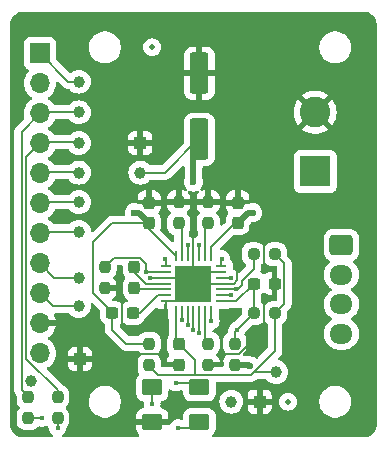
<source format=gbr>
%TF.GenerationSoftware,KiCad,Pcbnew,8.0.4*%
%TF.CreationDate,2024-09-14T10:14:20+02:00*%
%TF.ProjectId,tmc2208-breakout,746d6332-3230-4382-9d62-7265616b6f75,rev?*%
%TF.SameCoordinates,Original*%
%TF.FileFunction,Copper,L1,Top*%
%TF.FilePolarity,Positive*%
%FSLAX46Y46*%
G04 Gerber Fmt 4.6, Leading zero omitted, Abs format (unit mm)*
G04 Created by KiCad (PCBNEW 8.0.4) date 2024-09-14 10:14:20*
%MOMM*%
%LPD*%
G01*
G04 APERTURE LIST*
G04 Aperture macros list*
%AMRoundRect*
0 Rectangle with rounded corners*
0 $1 Rounding radius*
0 $2 $3 $4 $5 $6 $7 $8 $9 X,Y pos of 4 corners*
0 Add a 4 corners polygon primitive as box body*
4,1,4,$2,$3,$4,$5,$6,$7,$8,$9,$2,$3,0*
0 Add four circle primitives for the rounded corners*
1,1,$1+$1,$2,$3*
1,1,$1+$1,$4,$5*
1,1,$1+$1,$6,$7*
1,1,$1+$1,$8,$9*
0 Add four rect primitives between the rounded corners*
20,1,$1+$1,$2,$3,$4,$5,0*
20,1,$1+$1,$4,$5,$6,$7,0*
20,1,$1+$1,$6,$7,$8,$9,0*
20,1,$1+$1,$8,$9,$2,$3,0*%
G04 Aperture macros list end*
%TA.AperFunction,ComponentPad*%
%ADD10C,1.000000*%
%TD*%
%TA.AperFunction,ComponentPad*%
%ADD11R,1.000000X1.000000*%
%TD*%
%TA.AperFunction,SMDPad,CuDef*%
%ADD12RoundRect,0.237500X-0.300000X-0.237500X0.300000X-0.237500X0.300000X0.237500X-0.300000X0.237500X0*%
%TD*%
%TA.AperFunction,ComponentPad*%
%ADD13RoundRect,0.250000X-0.725000X0.600000X-0.725000X-0.600000X0.725000X-0.600000X0.725000X0.600000X0*%
%TD*%
%TA.AperFunction,ComponentPad*%
%ADD14O,1.950000X1.700000*%
%TD*%
%TA.AperFunction,SMDPad,CuDef*%
%ADD15RoundRect,0.237500X-0.237500X0.250000X-0.237500X-0.250000X0.237500X-0.250000X0.237500X0.250000X0*%
%TD*%
%TA.AperFunction,SMDPad,CuDef*%
%ADD16RoundRect,0.237500X-0.237500X0.300000X-0.237500X-0.300000X0.237500X-0.300000X0.237500X0.300000X0*%
%TD*%
%TA.AperFunction,SMDPad,CuDef*%
%ADD17RoundRect,0.250001X0.624999X-0.462499X0.624999X0.462499X-0.624999X0.462499X-0.624999X-0.462499X0*%
%TD*%
%TA.AperFunction,SMDPad,CuDef*%
%ADD18R,0.909599X0.254800*%
%TD*%
%TA.AperFunction,SMDPad,CuDef*%
%ADD19R,0.254800X0.909599*%
%TD*%
%TA.AperFunction,SMDPad,CuDef*%
%ADD20R,3.098800X3.098800*%
%TD*%
%TA.AperFunction,SMDPad,CuDef*%
%ADD21RoundRect,0.237500X0.237500X-0.300000X0.237500X0.300000X-0.237500X0.300000X-0.237500X-0.300000X0*%
%TD*%
%TA.AperFunction,ComponentPad*%
%ADD22R,1.700000X1.700000*%
%TD*%
%TA.AperFunction,ComponentPad*%
%ADD23O,1.700000X1.700000*%
%TD*%
%TA.AperFunction,SMDPad,CuDef*%
%ADD24RoundRect,0.237500X0.237500X-0.250000X0.237500X0.250000X-0.237500X0.250000X-0.237500X-0.250000X0*%
%TD*%
%TA.AperFunction,SMDPad,CuDef*%
%ADD25RoundRect,0.237500X0.300000X0.237500X-0.300000X0.237500X-0.300000X-0.237500X0.300000X-0.237500X0*%
%TD*%
%TA.AperFunction,ComponentPad*%
%ADD26R,2.600000X2.600000*%
%TD*%
%TA.AperFunction,ComponentPad*%
%ADD27C,2.600000*%
%TD*%
%TA.AperFunction,SMDPad,CuDef*%
%ADD28RoundRect,0.250000X0.550000X-1.500000X0.550000X1.500000X-0.550000X1.500000X-0.550000X-1.500000X0*%
%TD*%
%TA.AperFunction,SMDPad,CuDef*%
%ADD29RoundRect,0.237500X0.250000X0.237500X-0.250000X0.237500X-0.250000X-0.237500X0.250000X-0.237500X0*%
%TD*%
%TA.AperFunction,SMDPad,CuDef*%
%ADD30C,0.500000*%
%TD*%
%TA.AperFunction,SMDPad,CuDef*%
%ADD31RoundRect,0.237500X-0.250000X-0.237500X0.250000X-0.237500X0.250000X0.237500X-0.250000X0.237500X0*%
%TD*%
%TA.AperFunction,ViaPad*%
%ADD32C,0.400000*%
%TD*%
%TA.AperFunction,ViaPad*%
%ADD33C,0.600000*%
%TD*%
%TA.AperFunction,Conductor*%
%ADD34C,0.200000*%
%TD*%
%TA.AperFunction,Conductor*%
%ADD35C,0.500000*%
%TD*%
G04 APERTURE END LIST*
D10*
%TO.P,TP2,1,1*%
%TO.N,/DIR*%
X147300000Y-43900000D03*
%TD*%
D11*
%TO.P,TP20,1,1*%
%TO.N,GND*%
X152500000Y-49100000D03*
%TD*%
D12*
%TO.P,C4,1*%
%TO.N,/VCC_IO*%
X162137500Y-61000000D03*
%TO.P,C4,2*%
%TO.N,GND*%
X163862500Y-61000000D03*
%TD*%
D10*
%TO.P,TP15,1,1*%
%TO.N,+5V*%
X164000000Y-68500000D03*
%TD*%
%TO.P,TP4,1,1*%
%TO.N,/MS2*%
X147300000Y-54100000D03*
%TD*%
D13*
%TO.P,J3,1,Pin_1*%
%TO.N,/OB2*%
X169525000Y-57750000D03*
D14*
%TO.P,J3,2,Pin_2*%
%TO.N,/OB1*%
X169525000Y-60250000D03*
%TO.P,J3,3,Pin_3*%
%TO.N,/OA1*%
X169525000Y-62750000D03*
%TO.P,J3,4,Pin_4*%
%TO.N,/OA2*%
X169525000Y-65250000D03*
%TD*%
D10*
%TO.P,TP6,1,1*%
%TO.N,/DIAG*%
X147300000Y-56600000D03*
%TD*%
D11*
%TO.P,TP19,1,1*%
%TO.N,GND*%
X162600000Y-71000000D03*
%TD*%
D15*
%TO.P,R6,1*%
%TO.N,/VCC_IO*%
X160500000Y-66087500D03*
%TO.P,R6,2*%
%TO.N,+3V3*%
X160500000Y-67912500D03*
%TD*%
D16*
%TO.P,C1,1*%
%TO.N,+5V*%
X155750000Y-66137500D03*
%TO.P,C1,2*%
%TO.N,GND*%
X155750000Y-67862500D03*
%TD*%
D17*
%TO.P,STEP1,1,K*%
%TO.N,GND*%
X153500000Y-72737500D03*
%TO.P,STEP1,2,A*%
%TO.N,Net-(STEP1-Pad2)*%
X153500000Y-69762500D03*
%TD*%
D10*
%TO.P,TP1,1,1*%
%TO.N,/EN#*%
X147300000Y-49100000D03*
%TD*%
D18*
%TO.P,U1,1,OB2*%
%TO.N,/OB2*%
X154652900Y-59500000D03*
%TO.P,U1,2,ENN*%
%TO.N,/EN#*%
X154652900Y-59999999D03*
%TO.P,U1,3,GND*%
%TO.N,GND*%
X154652900Y-60500001D03*
%TO.P,U1,4,CPO*%
%TO.N,/CPO*%
X154652900Y-61000000D03*
%TO.P,U1,5,CPI*%
%TO.N,/CPI*%
X154652900Y-61499999D03*
%TO.P,U1,6,VCP*%
%TO.N,/VCP*%
X154652900Y-62000001D03*
%TO.P,U1,7,NC*%
%TO.N,GND*%
X154652900Y-62500000D03*
D19*
%TO.P,U1,8,5VOUT*%
%TO.N,+5V*%
X155500000Y-63347100D03*
%TO.P,U1,9,MS1*%
%TO.N,/MS1*%
X155999999Y-63347100D03*
%TO.P,U1,10,MS2*%
%TO.N,/MS2*%
X156500001Y-63347100D03*
%TO.P,U1,11,DIAG*%
%TO.N,/DIAG*%
X157000000Y-63347100D03*
%TO.P,U1,12,INDEX*%
%TO.N,/INDEX*%
X157499999Y-63347100D03*
%TO.P,U1,13,CLK*%
%TO.N,/CLK*%
X158000001Y-63347100D03*
%TO.P,U1,14,PDN_UART*%
%TO.N,/PDN_UART*%
X158500000Y-63347100D03*
D18*
%TO.P,U1,15,VCC_IO*%
%TO.N,/VCC_IO*%
X159347100Y-62500000D03*
%TO.P,U1,16,STEP*%
%TO.N,/STEP*%
X159347100Y-62000001D03*
%TO.P,U1,17,VREF*%
%TO.N,/VREF*%
X159347100Y-61499999D03*
%TO.P,U1,18,GND*%
%TO.N,GND*%
X159347100Y-61000000D03*
%TO.P,U1,19,DIR*%
%TO.N,/DIR*%
X159347100Y-60500001D03*
%TO.P,U1,20,NC*%
%TO.N,GND*%
X159347100Y-59999999D03*
%TO.P,U1,21,OA2*%
%TO.N,/OA2*%
X159347100Y-59500000D03*
D19*
%TO.P,U1,22,VS*%
%TO.N,/VS*%
X158500000Y-58652900D03*
%TO.P,U1,23,BRA*%
%TO.N,/BRA*%
X158000001Y-58652900D03*
%TO.P,U1,24,OA1*%
%TO.N,/OA1*%
X157499999Y-58652900D03*
%TO.P,U1,25,NC*%
%TO.N,GND*%
X157000000Y-58652900D03*
%TO.P,U1,26,OB1*%
%TO.N,/OB1*%
X156500001Y-58652900D03*
%TO.P,U1,27,BRB*%
%TO.N,/BRB*%
X155999999Y-58652900D03*
%TO.P,U1,28,VS*%
%TO.N,/VS*%
X155500000Y-58652900D03*
D20*
%TO.P,U1,29,GND*%
%TO.N,GND*%
X157000000Y-61000000D03*
%TD*%
D15*
%TO.P,R3,1*%
%TO.N,GND*%
X158250000Y-54087500D03*
%TO.P,R3,2*%
%TO.N,/BRA*%
X158250000Y-55912500D03*
%TD*%
%TO.P,R8,1*%
%TO.N,/VS*%
X153250000Y-66087500D03*
%TO.P,R8,2*%
%TO.N,+5V*%
X153250000Y-67912500D03*
%TD*%
D21*
%TO.P,C5,1*%
%TO.N,/VS*%
X153250000Y-55862500D03*
%TO.P,C5,2*%
%TO.N,GND*%
X153250000Y-54137500D03*
%TD*%
D17*
%TO.P,EN1,1,K*%
%TO.N,Net-(EN1-Pad1)*%
X157500000Y-72737500D03*
%TO.P,EN1,2,A*%
%TO.N,+3V3*%
X157500000Y-69762500D03*
%TD*%
D22*
%TO.P,J1,1,Pin_1*%
%TO.N,/DIR*%
X144000000Y-41500000D03*
D23*
%TO.P,J1,2,Pin_2*%
%TO.N,/VREF*%
X144000000Y-44040000D03*
%TO.P,J1,3,Pin_3*%
%TO.N,/STEP*%
X144000000Y-46580000D03*
%TO.P,J1,4,Pin_4*%
%TO.N,/EN#*%
X144000000Y-49120000D03*
%TO.P,J1,5,Pin_5*%
%TO.N,/MS1*%
X144000000Y-51660000D03*
%TO.P,J1,6,Pin_6*%
%TO.N,/MS2*%
X144000000Y-54200000D03*
%TO.P,J1,7,Pin_7*%
%TO.N,/DIAG*%
X144000000Y-56740000D03*
%TO.P,J1,8,Pin_8*%
%TO.N,/INDEX*%
X144000000Y-59280000D03*
%TO.P,J1,9,Pin_9*%
%TO.N,/PDN_UART*%
X144000000Y-61820000D03*
%TO.P,J1,10,Pin_10*%
%TO.N,GND*%
X144000000Y-64360000D03*
%TO.P,J1,11,Pin_11*%
%TO.N,+3V3*%
X144000000Y-66900000D03*
%TD*%
D15*
%TO.P,R10,1*%
%TO.N,/STEP*%
X143000000Y-70587500D03*
%TO.P,R10,2*%
%TO.N,Net-(STEP1-Pad2)*%
X143000000Y-72412500D03*
%TD*%
D10*
%TO.P,TP7,1,1*%
%TO.N,/INDEX*%
X147300000Y-60500000D03*
%TD*%
D24*
%TO.P,R2,1*%
%TO.N,/BRB*%
X155750000Y-55912500D03*
%TO.P,R2,2*%
%TO.N,GND*%
X155750000Y-54087500D03*
%TD*%
D25*
%TO.P,C3,1*%
%TO.N,/VCP*%
X151862500Y-63500000D03*
%TO.P,C3,2*%
%TO.N,/VS*%
X150137500Y-63500000D03*
%TD*%
D10*
%TO.P,TP5,1,1*%
%TO.N,/STEP*%
X147300000Y-46500000D03*
%TD*%
D24*
%TO.P,R1,1*%
%TO.N,GND*%
X149500000Y-61412500D03*
%TO.P,R1,2*%
%TO.N,/EN#*%
X149500000Y-59587500D03*
%TD*%
%TO.P,R7,1*%
%TO.N,GND*%
X158250000Y-67912500D03*
%TO.P,R7,2*%
%TO.N,/CLK*%
X158250000Y-66087500D03*
%TD*%
D21*
%TO.P,C2,1*%
%TO.N,/CPI*%
X152000000Y-61362500D03*
%TO.P,C2,2*%
%TO.N,/CPO*%
X152000000Y-59637500D03*
%TD*%
D26*
%TO.P,J4,1,Pin_1*%
%TO.N,/VS*%
X167305000Y-51500000D03*
D27*
%TO.P,J4,2,Pin_2*%
%TO.N,GND*%
X167305000Y-46500000D03*
%TD*%
D10*
%TO.P,TP3,1,1*%
%TO.N,/MS1*%
X147300000Y-51600000D03*
%TD*%
D28*
%TO.P,C7,1*%
%TO.N,/VS*%
X157500000Y-48800000D03*
%TO.P,C7,2*%
%TO.N,GND*%
X157500000Y-43200000D03*
%TD*%
D21*
%TO.P,C6,1*%
%TO.N,/VS*%
X160750000Y-55862500D03*
%TO.P,C6,2*%
%TO.N,GND*%
X160750000Y-54137500D03*
%TD*%
D10*
%TO.P,TP14,1,1*%
%TO.N,/VS*%
X152500000Y-51600000D03*
%TD*%
D29*
%TO.P,R5,1*%
%TO.N,+5V*%
X163912500Y-58500000D03*
%TO.P,R5,2*%
%TO.N,/VREF*%
X162087500Y-58500000D03*
%TD*%
D10*
%TO.P,TP12,1,1*%
%TO.N,/VCC_IO*%
X160200000Y-71000000D03*
%TD*%
D30*
%TO.P,FID1,*%
%TO.N,*%
X153500000Y-41000000D03*
%TD*%
D11*
%TO.P,TP18,1,1*%
%TO.N,GND*%
X147400000Y-67400000D03*
%TD*%
D30*
%TO.P,FID2,*%
%TO.N,*%
X165000000Y-71000000D03*
%TD*%
D31*
%TO.P,R4,1*%
%TO.N,/VCC_IO*%
X162087500Y-63500000D03*
%TO.P,R4,2*%
%TO.N,+5V*%
X163912500Y-63500000D03*
%TD*%
D10*
%TO.P,TP16,1,1*%
%TO.N,+3V3*%
X143250000Y-69250000D03*
%TD*%
D24*
%TO.P,R9,1*%
%TO.N,Net-(EN1-Pad1)*%
X145500000Y-72412500D03*
%TO.P,R9,2*%
%TO.N,/EN#*%
X145500000Y-70587500D03*
%TD*%
D10*
%TO.P,TP8,1,1*%
%TO.N,/PDN_UART*%
X147300000Y-62900000D03*
%TD*%
D32*
%TO.N,GND*%
X153300000Y-60500000D03*
X159500000Y-63500000D03*
X156000000Y-60000000D03*
X158000000Y-62000000D03*
X162217570Y-65617570D03*
X154500000Y-67800000D03*
X159400000Y-67800000D03*
X163000000Y-59700000D03*
X163000000Y-62300000D03*
X158000000Y-60000000D03*
X154500000Y-55200000D03*
X156000000Y-62000000D03*
X150800000Y-61400000D03*
X159500000Y-55200000D03*
X157000000Y-55400000D03*
X160700000Y-59300000D03*
X154500000Y-63500000D03*
X159400000Y-67000000D03*
X154500000Y-67000000D03*
%TO.N,+3V3*%
X155500001Y-69399999D03*
D33*
X161776089Y-67976089D03*
D32*
%TO.N,/VCC_IO*%
X160693750Y-64893750D03*
D33*
%TO.N,/VS*%
X152000000Y-55000000D03*
X157000000Y-52400000D03*
X162000000Y-55000000D03*
D32*
%TO.N,/EN#*%
X152996218Y-59983164D03*
%TO.N,/DIR*%
X160200000Y-60500000D03*
%TO.N,/MS1*%
X156000000Y-64100000D03*
%TO.N,/MS2*%
X156500000Y-64500000D03*
%TO.N,/STEP*%
X160200000Y-62000000D03*
%TO.N,/DIAG*%
X156985931Y-64891559D03*
%TO.N,/INDEX*%
X157500000Y-65200000D03*
%TO.N,/PDN_UART*%
X158500000Y-64200000D03*
%TO.N,/OA1*%
X157500000Y-57700000D03*
%TO.N,/OA2*%
X159400000Y-58900000D03*
%TO.N,/OB1*%
X156500000Y-57700000D03*
%TO.N,/OB2*%
X154600000Y-58900000D03*
%TO.N,/VREF*%
X160600001Y-61499999D03*
%TO.N,Net-(STEP1-Pad2)*%
X144200000Y-72400000D03*
X153500000Y-71200000D03*
%TO.N,Net-(EN1-Pad1)*%
X145500000Y-73200000D03*
X155700000Y-73200000D03*
%TD*%
D34*
%TO.N,GND*%
X154652900Y-60500001D02*
X153300000Y-60500000D01*
X160407107Y-61000000D02*
X160700000Y-60707107D01*
X150975000Y-64575000D02*
X151400000Y-65000000D01*
X155500000Y-62500000D02*
X154652900Y-62500000D01*
X160700000Y-60707107D02*
X160700000Y-59300000D01*
X157000000Y-61000000D02*
X156500001Y-60500001D01*
X154652900Y-63347100D02*
X154500000Y-63500000D01*
X163000000Y-64835140D02*
X163000000Y-62300000D01*
X156500001Y-60500001D02*
X154652900Y-60500001D01*
X157000000Y-61000000D02*
X157000000Y-58652900D01*
X162217570Y-65617570D02*
X163000000Y-64835140D01*
X154652900Y-62500000D02*
X154652900Y-63347100D01*
X150975000Y-61575000D02*
X150975000Y-64575000D01*
X163000000Y-59700000D02*
X163000000Y-57400000D01*
X159400000Y-67000000D02*
X160835140Y-67000000D01*
X160835140Y-67000000D02*
X162217570Y-65617570D01*
X157000000Y-58652900D02*
X157000000Y-55400000D01*
X150800000Y-61400000D02*
X150975000Y-61575000D01*
X157000000Y-61000000D02*
X159347100Y-61000000D01*
X158000000Y-60000000D02*
X159347100Y-59999999D01*
X159347100Y-61000000D02*
X160407107Y-61000000D01*
X156000000Y-62000000D02*
X155500000Y-62500000D01*
X154500000Y-67000000D02*
X152200000Y-67000000D01*
D35*
%TO.N,+3V3*%
X161776089Y-67976089D02*
X161712500Y-67912500D01*
D34*
X157137499Y-69399999D02*
X155500001Y-69399999D01*
X157500000Y-69762500D02*
X157137499Y-69399999D01*
D35*
X161712500Y-67912500D02*
X160500000Y-67912500D01*
D34*
%TO.N,/VCC_IO*%
X160693750Y-64893750D02*
X162087500Y-63500000D01*
X159347100Y-62500000D02*
X160637500Y-62500000D01*
X162087500Y-63500000D02*
X162087500Y-61050000D01*
X160637500Y-62500000D02*
X162137500Y-61000000D01*
X160500000Y-66087500D02*
X160500000Y-65087500D01*
X162087500Y-61050000D02*
X162137500Y-61000000D01*
X160500000Y-65087500D02*
X160693750Y-64893750D01*
%TO.N,+5V*%
X155500000Y-65887500D02*
X155500000Y-63347100D01*
X164700000Y-59287500D02*
X163912500Y-58500000D01*
X154037500Y-68700000D02*
X153250000Y-67912500D01*
X164000000Y-68500000D02*
X162100000Y-68500000D01*
X161900000Y-68700000D02*
X157100000Y-68700000D01*
X157100000Y-67487500D02*
X157100000Y-68700000D01*
X164700000Y-62712500D02*
X164700000Y-59287500D01*
X163912500Y-63500000D02*
X163912500Y-66687500D01*
X155750000Y-66137500D02*
X155500000Y-65887500D01*
X157100000Y-68700000D02*
X154037500Y-68700000D01*
X163912500Y-66687500D02*
X161900000Y-68700000D01*
X155750000Y-66137500D02*
X157100000Y-67487500D01*
X163912500Y-63500000D02*
X164700000Y-62712500D01*
X162100000Y-68500000D02*
X161900000Y-68700000D01*
%TO.N,/CPI*%
X152137499Y-61499999D02*
X154652900Y-61499999D01*
X152000000Y-61362500D02*
X152137499Y-61499999D01*
%TO.N,/CPO*%
X153000000Y-61000000D02*
X154652900Y-61000000D01*
X152000000Y-60000000D02*
X153000000Y-61000000D01*
X152000000Y-59637500D02*
X152000000Y-60000000D01*
%TO.N,/VCP*%
X153999999Y-62000001D02*
X154652900Y-62000001D01*
X152500000Y-63500000D02*
X153999999Y-62000001D01*
X151862500Y-63500000D02*
X152500000Y-63500000D01*
%TO.N,/VS*%
X158500000Y-57862500D02*
X158500000Y-58652900D01*
X150137500Y-63500000D02*
X150137500Y-63437500D01*
X154600000Y-51600000D02*
X157400000Y-48800000D01*
X157400000Y-48800000D02*
X157500000Y-48800000D01*
X152500000Y-51600000D02*
X154600000Y-51600000D01*
X153000000Y-56152900D02*
X155500000Y-58652900D01*
D35*
X157000000Y-49200000D02*
X157500000Y-48700000D01*
D34*
X148500000Y-57500000D02*
X150137500Y-55862500D01*
X150137500Y-64937500D02*
X151287500Y-66087500D01*
D35*
X157000000Y-52400000D02*
X157000000Y-49300000D01*
X152387500Y-55000000D02*
X153250000Y-55862500D01*
X152000000Y-55000000D02*
X152387500Y-55000000D01*
D34*
X150137500Y-55862500D02*
X153250000Y-55862500D01*
X150137500Y-63500000D02*
X150137500Y-64937500D01*
X153250000Y-55862500D02*
X153250000Y-56152900D01*
X150137500Y-63437500D02*
X148500000Y-61800000D01*
X151287500Y-66087500D02*
X153250000Y-66087500D01*
D35*
X157000000Y-49300000D02*
X157500000Y-48800000D01*
X162000000Y-55000000D02*
X161612500Y-55000000D01*
D34*
X160500000Y-55862500D02*
X158500000Y-57862500D01*
X148500000Y-61800000D02*
X148500000Y-57500000D01*
D35*
X161612500Y-55000000D02*
X160750000Y-55862500D01*
D34*
%TO.N,/EN#*%
X152996218Y-59983164D02*
X152996218Y-59336078D01*
X152460140Y-58800000D02*
X150287500Y-58800000D01*
X152996218Y-59983164D02*
X154636065Y-59983164D01*
X144000000Y-49120000D02*
X142850000Y-50270000D01*
X144000000Y-49005000D02*
X147205000Y-49005000D01*
X150287500Y-58800000D02*
X149500000Y-59587500D01*
X154636065Y-59983164D02*
X154652900Y-59999999D01*
X142850000Y-50270000D02*
X142850000Y-67376346D01*
X145500000Y-70026346D02*
X145500000Y-70587500D01*
X142850000Y-67376346D02*
X145500000Y-70026346D01*
X152996218Y-59336078D02*
X152460140Y-58800000D01*
X147205000Y-49005000D02*
X147300000Y-49100000D01*
%TO.N,/DIR*%
X146400000Y-43900000D02*
X144000000Y-41500000D01*
X159347100Y-60500001D02*
X160200000Y-60500000D01*
X146400000Y-43900000D02*
X147300000Y-43900000D01*
%TO.N,/MS1*%
X144000000Y-51545000D02*
X147245000Y-51545000D01*
X155999999Y-63347100D02*
X156000000Y-64100000D01*
X147245000Y-51545000D02*
X147300000Y-51600000D01*
%TO.N,/MS2*%
X156500001Y-63347100D02*
X156500000Y-64500000D01*
X147285000Y-54085000D02*
X147300000Y-54100000D01*
X144000000Y-54085000D02*
X147285000Y-54085000D01*
%TO.N,/STEP*%
X144000000Y-46580000D02*
X142450000Y-48130000D01*
X142450000Y-70037500D02*
X143000000Y-70587500D01*
X142450000Y-48130000D02*
X142450000Y-70037500D01*
X147265000Y-46465000D02*
X147300000Y-46500000D01*
X159347100Y-62000001D02*
X160200000Y-62000000D01*
X144000000Y-46465000D02*
X147265000Y-46465000D01*
%TO.N,/DIAG*%
X144140000Y-56600000D02*
X144000000Y-56740000D01*
X156985931Y-64891559D02*
X157000000Y-64877490D01*
X157000000Y-64877490D02*
X157000000Y-63347100D01*
X147300000Y-56600000D02*
X144140000Y-56600000D01*
%TO.N,/INDEX*%
X145220000Y-60500000D02*
X144000000Y-59280000D01*
X157499999Y-63347100D02*
X157500000Y-65200000D01*
X147300000Y-60500000D02*
X145220000Y-60500000D01*
%TO.N,/PDN_UART*%
X158500000Y-63347100D02*
X158500000Y-64200000D01*
X145080000Y-62900000D02*
X144000000Y-61820000D01*
X147300000Y-62900000D02*
X145080000Y-62900000D01*
%TO.N,/OA1*%
X157499999Y-58652900D02*
X157500000Y-57700000D01*
%TO.N,/OA2*%
X159347100Y-59500000D02*
X159347100Y-58952900D01*
X159347100Y-58952900D02*
X159400000Y-58900000D01*
%TO.N,/OB1*%
X156500001Y-58652900D02*
X156500000Y-57700000D01*
%TO.N,/OB2*%
X154652900Y-58952900D02*
X154652900Y-59500000D01*
X154600000Y-58900000D02*
X154652900Y-58952900D01*
%TO.N,/BRB*%
X155999999Y-58652900D02*
X155999999Y-56412499D01*
%TO.N,/BRA*%
X158000001Y-58652900D02*
X158000000Y-55912500D01*
%TO.N,/VREF*%
X162087500Y-59752360D02*
X162087500Y-58500000D01*
X159347100Y-61499999D02*
X160600001Y-61499999D01*
X161100000Y-60739860D02*
X162087500Y-59752360D01*
X161100000Y-61136397D02*
X161100000Y-60739860D01*
X160600001Y-61499999D02*
X160736398Y-61499999D01*
X160736398Y-61499999D02*
X161100000Y-61136397D01*
%TO.N,/CLK*%
X158000001Y-65837501D02*
X158250000Y-66087500D01*
X158000001Y-63347100D02*
X158000001Y-65837501D01*
%TO.N,Net-(STEP1-Pad2)*%
X153500000Y-71200000D02*
X153500000Y-69762500D01*
X143000000Y-72412500D02*
X144187500Y-72412500D01*
X144187500Y-72412500D02*
X144200000Y-72400000D01*
%TO.N,Net-(EN1-Pad1)*%
X155700000Y-73200000D02*
X157037500Y-73200000D01*
X157037500Y-73200000D02*
X157500000Y-72737500D01*
X145500000Y-72412500D02*
X145500000Y-73200000D01*
%TD*%
%TA.AperFunction,Conductor*%
%TO.N,GND*%
G36*
X171501551Y-38000038D02*
G01*
X171587403Y-38002141D01*
X171608896Y-38004523D01*
X171778820Y-38038323D01*
X171802443Y-38045489D01*
X171961076Y-38111197D01*
X171982856Y-38122840D01*
X172125612Y-38218226D01*
X172144705Y-38233896D01*
X172266103Y-38355294D01*
X172281773Y-38374387D01*
X172377159Y-38517143D01*
X172388803Y-38538926D01*
X172454507Y-38697547D01*
X172461677Y-38721185D01*
X172495475Y-38891102D01*
X172497858Y-38912596D01*
X172499962Y-38998447D01*
X172500000Y-39001534D01*
X172500000Y-72998465D01*
X172499962Y-73001552D01*
X172497858Y-73087403D01*
X172495475Y-73108897D01*
X172461677Y-73278814D01*
X172454507Y-73302452D01*
X172388803Y-73461073D01*
X172377159Y-73482856D01*
X172281773Y-73625612D01*
X172266103Y-73644705D01*
X172144705Y-73766103D01*
X172125612Y-73781773D01*
X171982856Y-73877159D01*
X171961073Y-73888803D01*
X171802452Y-73954507D01*
X171778814Y-73961677D01*
X171608897Y-73995475D01*
X171587403Y-73997858D01*
X171503631Y-73999911D01*
X171501550Y-73999962D01*
X171498465Y-74000000D01*
X158701872Y-74000000D01*
X158633751Y-73979998D01*
X158587258Y-73926342D01*
X158577154Y-73856068D01*
X158606648Y-73791488D01*
X158612777Y-73784905D01*
X158724024Y-73673657D01*
X158724030Y-73673651D01*
X158817115Y-73522738D01*
X158872887Y-73354425D01*
X158879452Y-73290168D01*
X158883500Y-73250552D01*
X158883500Y-72224447D01*
X158872898Y-72120681D01*
X158872887Y-72120575D01*
X158817115Y-71952262D01*
X158724030Y-71801349D01*
X158724029Y-71801348D01*
X158724024Y-71801342D01*
X158598657Y-71675975D01*
X158598651Y-71675970D01*
X158460046Y-71590477D01*
X158447738Y-71582885D01*
X158279425Y-71527113D01*
X158279423Y-71527112D01*
X158279421Y-71527112D01*
X158175552Y-71516500D01*
X158175544Y-71516500D01*
X156824456Y-71516500D01*
X156824448Y-71516500D01*
X156720578Y-71527112D01*
X156552262Y-71582885D01*
X156552260Y-71582886D01*
X156401348Y-71675970D01*
X156401342Y-71675975D01*
X156275975Y-71801342D01*
X156275970Y-71801348D01*
X156182886Y-71952260D01*
X156182885Y-71952262D01*
X156127112Y-72120578D01*
X156116500Y-72224447D01*
X156116500Y-72412126D01*
X156096498Y-72480247D01*
X156042842Y-72526740D01*
X155972568Y-72536844D01*
X155960347Y-72534465D01*
X155786031Y-72491500D01*
X155786028Y-72491500D01*
X155613972Y-72491500D01*
X155613968Y-72491500D01*
X155446920Y-72532673D01*
X155446912Y-72532677D01*
X155294573Y-72612630D01*
X155294568Y-72612634D01*
X155165785Y-72726727D01*
X155068045Y-72868326D01*
X155052173Y-72910180D01*
X155009315Y-72966781D01*
X154942659Y-72991226D01*
X154934361Y-72991500D01*
X152117001Y-72991500D01*
X152117001Y-73250507D01*
X152127605Y-73354318D01*
X152183342Y-73522525D01*
X152276366Y-73673339D01*
X152276371Y-73673345D01*
X152387931Y-73784905D01*
X152421957Y-73847217D01*
X152416892Y-73918032D01*
X152374345Y-73974868D01*
X152307825Y-73999679D01*
X152298836Y-74000000D01*
X145997651Y-74000000D01*
X145929530Y-73979998D01*
X145883037Y-73926342D01*
X145872933Y-73856068D01*
X145902427Y-73791488D01*
X145914091Y-73779693D01*
X146034215Y-73673273D01*
X146131954Y-73531675D01*
X146192965Y-73370801D01*
X146194954Y-73354425D01*
X146202755Y-73290171D01*
X146230821Y-73224957D01*
X146238742Y-73216261D01*
X146326653Y-73128351D01*
X146326655Y-73128349D01*
X146326658Y-73128346D01*
X146418209Y-72979920D01*
X146473062Y-72814381D01*
X146483500Y-72712213D01*
X146483499Y-72112788D01*
X146473062Y-72010619D01*
X146418209Y-71845080D01*
X146326658Y-71696654D01*
X146326657Y-71696653D01*
X146326652Y-71696647D01*
X146219100Y-71589095D01*
X146185074Y-71526783D01*
X146190139Y-71455968D01*
X146219100Y-71410905D01*
X146326652Y-71303352D01*
X146326658Y-71303346D01*
X146418209Y-71154920D01*
X146473062Y-70989381D01*
X146482836Y-70893713D01*
X148149500Y-70893713D01*
X148149500Y-71106287D01*
X148182754Y-71316243D01*
X148248443Y-71518412D01*
X148344949Y-71707816D01*
X148469896Y-71879792D01*
X148469898Y-71879794D01*
X148469900Y-71879797D01*
X148620202Y-72030099D01*
X148620205Y-72030101D01*
X148620208Y-72030104D01*
X148792184Y-72155051D01*
X148981588Y-72251557D01*
X149183757Y-72317246D01*
X149393713Y-72350500D01*
X149393716Y-72350500D01*
X149606284Y-72350500D01*
X149606287Y-72350500D01*
X149816243Y-72317246D01*
X150018412Y-72251557D01*
X150207816Y-72155051D01*
X150379792Y-72030104D01*
X150530104Y-71879792D01*
X150655051Y-71707816D01*
X150751557Y-71518412D01*
X150817246Y-71316243D01*
X150850500Y-71106287D01*
X150850500Y-70893713D01*
X150817246Y-70683757D01*
X150751557Y-70481588D01*
X150655051Y-70292184D01*
X150530104Y-70120208D01*
X150530101Y-70120205D01*
X150530099Y-70120202D01*
X150379797Y-69969900D01*
X150379794Y-69969898D01*
X150379792Y-69969896D01*
X150207816Y-69844949D01*
X150018412Y-69748443D01*
X149816243Y-69682754D01*
X149606287Y-69649500D01*
X149393713Y-69649500D01*
X149183757Y-69682754D01*
X149183754Y-69682754D01*
X149183753Y-69682755D01*
X148981588Y-69748443D01*
X148981586Y-69748444D01*
X148792180Y-69844951D01*
X148620205Y-69969898D01*
X148620202Y-69969900D01*
X148469900Y-70120202D01*
X148469898Y-70120205D01*
X148344951Y-70292180D01*
X148248444Y-70481586D01*
X148248443Y-70481588D01*
X148206006Y-70612196D01*
X148182754Y-70683757D01*
X148149500Y-70893713D01*
X146482836Y-70893713D01*
X146483500Y-70887213D01*
X146483499Y-70287788D01*
X146473062Y-70185619D01*
X146418209Y-70020080D01*
X146326658Y-69871654D01*
X146326657Y-69871653D01*
X146326652Y-69871647D01*
X146203352Y-69748347D01*
X146203346Y-69748342D01*
X146198727Y-69745493D01*
X146054920Y-69656791D01*
X146054918Y-69656790D01*
X146054916Y-69656789D01*
X145987658Y-69634502D01*
X145938196Y-69603993D01*
X144624864Y-68290661D01*
X144590838Y-68228349D01*
X144595903Y-68157534D01*
X144638450Y-68100698D01*
X144653982Y-68090756D01*
X144745576Y-68041189D01*
X144864537Y-67948597D01*
X146392000Y-67948597D01*
X146398505Y-68009093D01*
X146449555Y-68145964D01*
X146449555Y-68145965D01*
X146537095Y-68262904D01*
X146654034Y-68350444D01*
X146790906Y-68401494D01*
X146851402Y-68407999D01*
X146851415Y-68408000D01*
X147146000Y-68408000D01*
X147654000Y-68408000D01*
X147948585Y-68408000D01*
X147948597Y-68407999D01*
X148009093Y-68401494D01*
X148145964Y-68350444D01*
X148145965Y-68350444D01*
X148262904Y-68262904D01*
X148350444Y-68145965D01*
X148350444Y-68145964D01*
X148401494Y-68009093D01*
X148407999Y-67948597D01*
X148408000Y-67948585D01*
X148408000Y-67654000D01*
X147654000Y-67654000D01*
X147654000Y-68408000D01*
X147146000Y-68408000D01*
X147146000Y-67654000D01*
X146392000Y-67654000D01*
X146392000Y-67948597D01*
X144864537Y-67948597D01*
X144923240Y-67902906D01*
X145075722Y-67737268D01*
X145198860Y-67548791D01*
X145285938Y-67350272D01*
X147150000Y-67350272D01*
X147150000Y-67449728D01*
X147188060Y-67541614D01*
X147258386Y-67611940D01*
X147350272Y-67650000D01*
X147449728Y-67650000D01*
X147541614Y-67611940D01*
X147611940Y-67541614D01*
X147650000Y-67449728D01*
X147650000Y-67350272D01*
X147611940Y-67258386D01*
X147541614Y-67188060D01*
X147449728Y-67150000D01*
X147350272Y-67150000D01*
X147258386Y-67188060D01*
X147188060Y-67258386D01*
X147150000Y-67350272D01*
X145285938Y-67350272D01*
X145289296Y-67342616D01*
X145344564Y-67124368D01*
X145363156Y-66900000D01*
X145359129Y-66851402D01*
X146392000Y-66851402D01*
X146392000Y-67146000D01*
X147146000Y-67146000D01*
X147654000Y-67146000D01*
X148408000Y-67146000D01*
X148408000Y-66851414D01*
X148407999Y-66851402D01*
X148401494Y-66790906D01*
X148350444Y-66654035D01*
X148350444Y-66654034D01*
X148262904Y-66537095D01*
X148145965Y-66449555D01*
X148009093Y-66398505D01*
X147948597Y-66392000D01*
X147654000Y-66392000D01*
X147654000Y-67146000D01*
X147146000Y-67146000D01*
X147146000Y-66392000D01*
X146851402Y-66392000D01*
X146790906Y-66398505D01*
X146654035Y-66449555D01*
X146654034Y-66449555D01*
X146537095Y-66537095D01*
X146449555Y-66654034D01*
X146449555Y-66654035D01*
X146398505Y-66790906D01*
X146392000Y-66851402D01*
X145359129Y-66851402D01*
X145344564Y-66675632D01*
X145302360Y-66508972D01*
X145289297Y-66457387D01*
X145289296Y-66457386D01*
X145289296Y-66457384D01*
X145198860Y-66251209D01*
X145122940Y-66135004D01*
X145075724Y-66062734D01*
X145075720Y-66062729D01*
X144923237Y-65897091D01*
X144782805Y-65787788D01*
X144745576Y-65758811D01*
X144711792Y-65740528D01*
X144661402Y-65690516D01*
X144646050Y-65621199D01*
X144670610Y-65554586D01*
X144711793Y-65518901D01*
X144745300Y-65500767D01*
X144745301Y-65500767D01*
X144922902Y-65362534D01*
X145075325Y-65196958D01*
X145198419Y-65008548D01*
X145288820Y-64802456D01*
X145288823Y-64802449D01*
X145336544Y-64614000D01*
X144430703Y-64614000D01*
X144465925Y-64552993D01*
X144500000Y-64425826D01*
X144500000Y-64294174D01*
X144465925Y-64167007D01*
X144430703Y-64106000D01*
X145336544Y-64106000D01*
X145336544Y-64105999D01*
X145288823Y-63917550D01*
X145288820Y-63917543D01*
X145198418Y-63711448D01*
X145193170Y-63703415D01*
X145172657Y-63635447D01*
X145192146Y-63567177D01*
X145245451Y-63520283D01*
X145298653Y-63508500D01*
X146435150Y-63508500D01*
X146503271Y-63528502D01*
X146532546Y-63554563D01*
X146583432Y-63616568D01*
X146583434Y-63616570D01*
X146651410Y-63672356D01*
X146736996Y-63742595D01*
X146912196Y-63836241D01*
X147102299Y-63893908D01*
X147102303Y-63893908D01*
X147102305Y-63893909D01*
X147299997Y-63913380D01*
X147300000Y-63913380D01*
X147300003Y-63913380D01*
X147497694Y-63893909D01*
X147497695Y-63893908D01*
X147497701Y-63893908D01*
X147687804Y-63836241D01*
X147863004Y-63742595D01*
X148016568Y-63616568D01*
X148142595Y-63463004D01*
X148236241Y-63287804D01*
X148293908Y-63097701D01*
X148295049Y-63086124D01*
X148313380Y-62900003D01*
X148313380Y-62899998D01*
X148301866Y-62783099D01*
X148301347Y-62777829D01*
X148314575Y-62708077D01*
X148363415Y-62656549D01*
X148432360Y-62639605D01*
X148499521Y-62662626D01*
X148515835Y-62676384D01*
X149054596Y-63215145D01*
X149088620Y-63277456D01*
X149091500Y-63304239D01*
X149091500Y-63787212D01*
X149101937Y-63889380D01*
X149156791Y-64054920D01*
X149248342Y-64203346D01*
X149248347Y-64203352D01*
X149371647Y-64326652D01*
X149371653Y-64326657D01*
X149371654Y-64326658D01*
X149469148Y-64386794D01*
X149516625Y-64439578D01*
X149529000Y-64494033D01*
X149529000Y-65017612D01*
X149541577Y-65064547D01*
X149541577Y-65064550D01*
X149541578Y-65064550D01*
X149541578Y-65064551D01*
X149570468Y-65172373D01*
X149570469Y-65172375D01*
X149570470Y-65172377D01*
X149650575Y-65311123D01*
X149650583Y-65311133D01*
X150913866Y-66574416D01*
X150913871Y-66574420D01*
X150913873Y-66574422D01*
X150913874Y-66574423D01*
X150913876Y-66574424D01*
X150914959Y-66575049D01*
X150972898Y-66608500D01*
X151052628Y-66654532D01*
X151207389Y-66696000D01*
X151207390Y-66696000D01*
X151367611Y-66696000D01*
X152286807Y-66696000D01*
X152354928Y-66716002D01*
X152394047Y-66755853D01*
X152423338Y-66803340D01*
X152423342Y-66803346D01*
X152423344Y-66803348D01*
X152423347Y-66803352D01*
X152530900Y-66910905D01*
X152564926Y-66973217D01*
X152559861Y-67044032D01*
X152530900Y-67089095D01*
X152423347Y-67196647D01*
X152423342Y-67196653D01*
X152331791Y-67345080D01*
X152276937Y-67510622D01*
X152266500Y-67612778D01*
X152266500Y-68212212D01*
X152276937Y-68314380D01*
X152331791Y-68479920D01*
X152390355Y-68574866D01*
X152409092Y-68643345D01*
X152387833Y-68711084D01*
X152372210Y-68730108D01*
X152275970Y-68826348D01*
X152182886Y-68977260D01*
X152182885Y-68977262D01*
X152127112Y-69145578D01*
X152116500Y-69249447D01*
X152116500Y-70275552D01*
X152116499Y-70275552D01*
X152127112Y-70379421D01*
X152127112Y-70379423D01*
X152127113Y-70379425D01*
X152182885Y-70547738D01*
X152259723Y-70672310D01*
X152275970Y-70698651D01*
X152275975Y-70698657D01*
X152401342Y-70824024D01*
X152401348Y-70824029D01*
X152401349Y-70824030D01*
X152552262Y-70917115D01*
X152712388Y-70970174D01*
X152770757Y-71010586D01*
X152798013Y-71076142D01*
X152797834Y-71104963D01*
X152786296Y-71199994D01*
X152786296Y-71200003D01*
X152807033Y-71370793D01*
X152808365Y-71376196D01*
X152805246Y-71447124D01*
X152764277Y-71505106D01*
X152725659Y-71525954D01*
X152552478Y-71583340D01*
X152401660Y-71676366D01*
X152401654Y-71676371D01*
X152276371Y-71801654D01*
X152276366Y-71801660D01*
X152183342Y-71952474D01*
X152127606Y-72120678D01*
X152127605Y-72120681D01*
X152117000Y-72224484D01*
X152117000Y-72483500D01*
X154882999Y-72483500D01*
X154882999Y-72224492D01*
X154872394Y-72120681D01*
X154816657Y-71952474D01*
X154723633Y-71801660D01*
X154723628Y-71801654D01*
X154598345Y-71676371D01*
X154598339Y-71676366D01*
X154447521Y-71583340D01*
X154274341Y-71525954D01*
X154215969Y-71485540D01*
X154188714Y-71419984D01*
X154191636Y-71376193D01*
X154192966Y-71370795D01*
X154213704Y-71200003D01*
X154213704Y-71199997D01*
X154202165Y-71104965D01*
X154213810Y-71034930D01*
X154245450Y-70999996D01*
X159186620Y-70999996D01*
X159186620Y-71000003D01*
X159206090Y-71197694D01*
X159206091Y-71197700D01*
X159206092Y-71197701D01*
X159263759Y-71387804D01*
X159357405Y-71563004D01*
X159483432Y-71716568D01*
X159636996Y-71842595D01*
X159812196Y-71936241D01*
X160002299Y-71993908D01*
X160002303Y-71993908D01*
X160002305Y-71993909D01*
X160199997Y-72013380D01*
X160200000Y-72013380D01*
X160200003Y-72013380D01*
X160397694Y-71993909D01*
X160397695Y-71993908D01*
X160397701Y-71993908D01*
X160587804Y-71936241D01*
X160763004Y-71842595D01*
X160916568Y-71716568D01*
X161042595Y-71563004D01*
X161050296Y-71548597D01*
X161592000Y-71548597D01*
X161598505Y-71609093D01*
X161649555Y-71745964D01*
X161649555Y-71745965D01*
X161737095Y-71862904D01*
X161854034Y-71950444D01*
X161990906Y-72001494D01*
X162051402Y-72007999D01*
X162051415Y-72008000D01*
X162346000Y-72008000D01*
X162854000Y-72008000D01*
X163148585Y-72008000D01*
X163148597Y-72007999D01*
X163209093Y-72001494D01*
X163345964Y-71950444D01*
X163345965Y-71950444D01*
X163462904Y-71862904D01*
X163550444Y-71745965D01*
X163550444Y-71745964D01*
X163601494Y-71609093D01*
X163607999Y-71548597D01*
X163608000Y-71548585D01*
X163608000Y-71254000D01*
X162854000Y-71254000D01*
X162854000Y-72008000D01*
X162346000Y-72008000D01*
X162346000Y-71254000D01*
X161592000Y-71254000D01*
X161592000Y-71548597D01*
X161050296Y-71548597D01*
X161136241Y-71387804D01*
X161193908Y-71197701D01*
X161196828Y-71168061D01*
X161213380Y-71000003D01*
X161213380Y-70999996D01*
X161208483Y-70950272D01*
X162350000Y-70950272D01*
X162350000Y-71049728D01*
X162388060Y-71141614D01*
X162458386Y-71211940D01*
X162550272Y-71250000D01*
X162649728Y-71250000D01*
X162741614Y-71211940D01*
X162811940Y-71141614D01*
X162850000Y-71049728D01*
X162850000Y-71000000D01*
X164244751Y-71000000D01*
X164263687Y-71168059D01*
X164274863Y-71199997D01*
X164319543Y-71327689D01*
X164319544Y-71327690D01*
X164409523Y-71470890D01*
X164409526Y-71470893D01*
X164409526Y-71470894D01*
X164529105Y-71590473D01*
X164529107Y-71590474D01*
X164529110Y-71590477D01*
X164672310Y-71680456D01*
X164831941Y-71736313D01*
X165000000Y-71755249D01*
X165168059Y-71736313D01*
X165327690Y-71680456D01*
X165470890Y-71590477D01*
X165590477Y-71470890D01*
X165680456Y-71327690D01*
X165736313Y-71168059D01*
X165755249Y-71000000D01*
X165743273Y-70893713D01*
X167649500Y-70893713D01*
X167649500Y-71106287D01*
X167682754Y-71316243D01*
X167748443Y-71518412D01*
X167844949Y-71707816D01*
X167969896Y-71879792D01*
X167969898Y-71879794D01*
X167969900Y-71879797D01*
X168120202Y-72030099D01*
X168120205Y-72030101D01*
X168120208Y-72030104D01*
X168292184Y-72155051D01*
X168481588Y-72251557D01*
X168683757Y-72317246D01*
X168893713Y-72350500D01*
X168893716Y-72350500D01*
X169106284Y-72350500D01*
X169106287Y-72350500D01*
X169316243Y-72317246D01*
X169518412Y-72251557D01*
X169707816Y-72155051D01*
X169879792Y-72030104D01*
X170030104Y-71879792D01*
X170155051Y-71707816D01*
X170251557Y-71518412D01*
X170317246Y-71316243D01*
X170350500Y-71106287D01*
X170350500Y-70893713D01*
X170317246Y-70683757D01*
X170251557Y-70481588D01*
X170155051Y-70292184D01*
X170030104Y-70120208D01*
X170030101Y-70120205D01*
X170030099Y-70120202D01*
X169879797Y-69969900D01*
X169879794Y-69969898D01*
X169879792Y-69969896D01*
X169707816Y-69844949D01*
X169518412Y-69748443D01*
X169316243Y-69682754D01*
X169106287Y-69649500D01*
X168893713Y-69649500D01*
X168683757Y-69682754D01*
X168683754Y-69682754D01*
X168683753Y-69682755D01*
X168481588Y-69748443D01*
X168481586Y-69748444D01*
X168292180Y-69844951D01*
X168120205Y-69969898D01*
X168120202Y-69969900D01*
X167969900Y-70120202D01*
X167969898Y-70120205D01*
X167844951Y-70292180D01*
X167748444Y-70481586D01*
X167748443Y-70481588D01*
X167706006Y-70612196D01*
X167682754Y-70683757D01*
X167649500Y-70893713D01*
X165743273Y-70893713D01*
X165736313Y-70831941D01*
X165680456Y-70672310D01*
X165590477Y-70529110D01*
X165590473Y-70529106D01*
X165590473Y-70529105D01*
X165470894Y-70409526D01*
X165470891Y-70409524D01*
X165470890Y-70409523D01*
X165389700Y-70358507D01*
X165327689Y-70319543D01*
X165201967Y-70275552D01*
X165168059Y-70263687D01*
X165000000Y-70244751D01*
X164831941Y-70263687D01*
X164831938Y-70263687D01*
X164831938Y-70263688D01*
X164672310Y-70319543D01*
X164577017Y-70379421D01*
X164529110Y-70409523D01*
X164529108Y-70409524D01*
X164529106Y-70409526D01*
X164529105Y-70409526D01*
X164409526Y-70529105D01*
X164409526Y-70529106D01*
X164319543Y-70672310D01*
X164266455Y-70824030D01*
X164263687Y-70831941D01*
X164244751Y-71000000D01*
X162850000Y-71000000D01*
X162850000Y-70950272D01*
X162811940Y-70858386D01*
X162741614Y-70788060D01*
X162649728Y-70750000D01*
X162550272Y-70750000D01*
X162458386Y-70788060D01*
X162388060Y-70858386D01*
X162350000Y-70950272D01*
X161208483Y-70950272D01*
X161193909Y-70802305D01*
X161193908Y-70802303D01*
X161193908Y-70802299D01*
X161136241Y-70612196D01*
X161050295Y-70451402D01*
X161592000Y-70451402D01*
X161592000Y-70746000D01*
X162346000Y-70746000D01*
X162854000Y-70746000D01*
X163608000Y-70746000D01*
X163608000Y-70451414D01*
X163607999Y-70451402D01*
X163601494Y-70390906D01*
X163550444Y-70254035D01*
X163550444Y-70254034D01*
X163462904Y-70137095D01*
X163345965Y-70049555D01*
X163209093Y-69998505D01*
X163148597Y-69992000D01*
X162854000Y-69992000D01*
X162854000Y-70746000D01*
X162346000Y-70746000D01*
X162346000Y-69992000D01*
X162051402Y-69992000D01*
X161990906Y-69998505D01*
X161854035Y-70049555D01*
X161854034Y-70049555D01*
X161737095Y-70137095D01*
X161649555Y-70254034D01*
X161649555Y-70254035D01*
X161598505Y-70390906D01*
X161592000Y-70451402D01*
X161050295Y-70451402D01*
X161042595Y-70436996D01*
X160916568Y-70283432D01*
X160763004Y-70157405D01*
X160587804Y-70063759D01*
X160397701Y-70006092D01*
X160397700Y-70006091D01*
X160397694Y-70006090D01*
X160200003Y-69986620D01*
X160199997Y-69986620D01*
X160002305Y-70006090D01*
X159812195Y-70063759D01*
X159636995Y-70157405D01*
X159483432Y-70283432D01*
X159357405Y-70436995D01*
X159263759Y-70612195D01*
X159206090Y-70802305D01*
X159186620Y-70999996D01*
X154245450Y-70999996D01*
X154261470Y-70982308D01*
X154287602Y-70970177D01*
X154447738Y-70917115D01*
X154598651Y-70824030D01*
X154724030Y-70698651D01*
X154817115Y-70547738D01*
X154872887Y-70379425D01*
X154879005Y-70319543D01*
X154883500Y-70275552D01*
X154883500Y-70080333D01*
X154903502Y-70012212D01*
X154957158Y-69965719D01*
X155027432Y-69955615D01*
X155088098Y-69983321D01*
X155088297Y-69983035D01*
X155089912Y-69984150D01*
X155092012Y-69985109D01*
X155092935Y-69985916D01*
X155094571Y-69987366D01*
X155094572Y-69987366D01*
X155094574Y-69987368D01*
X155156900Y-70020079D01*
X155246918Y-70067324D01*
X155246919Y-70067324D01*
X155246921Y-70067325D01*
X155405395Y-70106384D01*
X155413973Y-70108499D01*
X155413976Y-70108499D01*
X155586026Y-70108499D01*
X155586029Y-70108499D01*
X155753084Y-70067324D01*
X155827055Y-70028501D01*
X155837666Y-70022932D01*
X155896221Y-70008499D01*
X155990500Y-70008499D01*
X156058621Y-70028501D01*
X156105114Y-70082157D01*
X156116500Y-70134499D01*
X156116500Y-70275552D01*
X156116499Y-70275552D01*
X156127112Y-70379421D01*
X156127112Y-70379423D01*
X156127113Y-70379425D01*
X156182885Y-70547738D01*
X156259723Y-70672310D01*
X156275970Y-70698651D01*
X156275975Y-70698657D01*
X156401342Y-70824024D01*
X156401348Y-70824029D01*
X156401349Y-70824030D01*
X156552262Y-70917115D01*
X156720575Y-70972887D01*
X156748906Y-70975781D01*
X156824448Y-70983500D01*
X156824456Y-70983500D01*
X158175552Y-70983500D01*
X158244798Y-70976424D01*
X158279425Y-70972887D01*
X158447738Y-70917115D01*
X158598651Y-70824030D01*
X158724030Y-70698651D01*
X158817115Y-70547738D01*
X158872887Y-70379425D01*
X158879005Y-70319543D01*
X158883500Y-70275552D01*
X158883500Y-69434500D01*
X158903502Y-69366379D01*
X158957158Y-69319886D01*
X159009500Y-69308500D01*
X161980110Y-69308500D01*
X161980111Y-69308500D01*
X162057491Y-69287766D01*
X162134873Y-69267032D01*
X162273627Y-69186922D01*
X162315145Y-69145403D01*
X162377454Y-69111380D01*
X162404239Y-69108500D01*
X163135150Y-69108500D01*
X163203271Y-69128502D01*
X163232546Y-69154563D01*
X163283432Y-69216568D01*
X163436996Y-69342595D01*
X163612196Y-69436241D01*
X163802299Y-69493908D01*
X163802303Y-69493908D01*
X163802305Y-69493909D01*
X163999997Y-69513380D01*
X164000000Y-69513380D01*
X164000003Y-69513380D01*
X164197694Y-69493909D01*
X164197695Y-69493908D01*
X164197701Y-69493908D01*
X164387804Y-69436241D01*
X164563004Y-69342595D01*
X164716568Y-69216568D01*
X164842595Y-69063004D01*
X164936241Y-68887804D01*
X164993908Y-68697701D01*
X164997142Y-68664873D01*
X165013380Y-68500003D01*
X165013380Y-68499996D01*
X164993909Y-68302305D01*
X164993908Y-68302303D01*
X164993908Y-68302299D01*
X164936241Y-68112196D01*
X164842595Y-67936996D01*
X164716568Y-67783432D01*
X164563004Y-67657405D01*
X164387804Y-67563759D01*
X164212235Y-67510500D01*
X164152855Y-67471587D01*
X164123939Y-67406745D01*
X164134670Y-67336564D01*
X164159717Y-67300831D01*
X164164312Y-67296236D01*
X164399422Y-67061127D01*
X164479532Y-66922372D01*
X164485527Y-66900000D01*
X164511426Y-66803345D01*
X164515472Y-66788241D01*
X164521000Y-66767611D01*
X164521000Y-64463192D01*
X164541002Y-64395071D01*
X164580852Y-64355952D01*
X164628346Y-64326658D01*
X164751658Y-64203346D01*
X164843209Y-64054920D01*
X164898062Y-63889381D01*
X164908500Y-63787213D01*
X164908499Y-63416739D01*
X164928501Y-63348620D01*
X164945404Y-63327644D01*
X165057906Y-63215143D01*
X165186921Y-63086128D01*
X165267032Y-62947373D01*
X165294821Y-62843662D01*
X165308500Y-62792611D01*
X165308500Y-59207389D01*
X165282003Y-59108499D01*
X165282003Y-59108498D01*
X165282003Y-59108497D01*
X165267033Y-59052629D01*
X165186923Y-58913875D01*
X165186915Y-58913865D01*
X164945404Y-58672354D01*
X164911378Y-58610042D01*
X164908499Y-58583259D01*
X164908499Y-58212787D01*
X164898062Y-58110619D01*
X164871206Y-58029572D01*
X164843209Y-57945080D01*
X164751658Y-57796654D01*
X164751657Y-57796653D01*
X164751652Y-57796647D01*
X164628352Y-57673347D01*
X164628346Y-57673342D01*
X164531133Y-57613380D01*
X164479920Y-57581791D01*
X164314381Y-57526938D01*
X164314379Y-57526937D01*
X164314377Y-57526937D01*
X164212221Y-57516500D01*
X163612787Y-57516500D01*
X163510619Y-57526937D01*
X163345079Y-57581791D01*
X163196653Y-57673342D01*
X163196647Y-57673347D01*
X163089095Y-57780900D01*
X163026783Y-57814926D01*
X162955968Y-57809861D01*
X162910905Y-57780900D01*
X162803352Y-57673347D01*
X162803346Y-57673342D01*
X162706133Y-57613380D01*
X162654920Y-57581791D01*
X162489381Y-57526938D01*
X162489379Y-57526937D01*
X162489377Y-57526937D01*
X162387221Y-57516500D01*
X161787787Y-57516500D01*
X161685619Y-57526937D01*
X161520079Y-57581791D01*
X161371653Y-57673342D01*
X161371647Y-57673347D01*
X161248347Y-57796647D01*
X161248342Y-57796653D01*
X161156791Y-57945080D01*
X161101937Y-58110622D01*
X161091500Y-58212778D01*
X161091500Y-58787212D01*
X161101937Y-58889380D01*
X161156791Y-59054920D01*
X161248342Y-59203346D01*
X161248347Y-59203352D01*
X161371647Y-59326652D01*
X161371653Y-59326657D01*
X161371654Y-59326658D01*
X161409825Y-59350202D01*
X161457302Y-59402987D01*
X161468705Y-59473062D01*
X161440413Y-59538177D01*
X161432772Y-59546538D01*
X160930296Y-60049013D01*
X160867984Y-60083038D01*
X160797168Y-60077973D01*
X160740333Y-60035426D01*
X160737506Y-60031495D01*
X160734215Y-60026727D01*
X160605430Y-59912633D01*
X160605429Y-59912632D01*
X160605426Y-59912630D01*
X160453087Y-59832677D01*
X160453086Y-59832676D01*
X160453083Y-59832675D01*
X160453079Y-59832674D01*
X160453074Y-59832672D01*
X160404569Y-59820716D01*
X160343215Y-59784992D01*
X160310914Y-59721769D01*
X160309446Y-59684909D01*
X160310400Y-59676038D01*
X160310400Y-59323962D01*
X160305674Y-59280000D01*
X160303890Y-59263403D01*
X160303888Y-59263395D01*
X160252789Y-59126397D01*
X160252787Y-59126392D01*
X160165160Y-59009337D01*
X160164179Y-59008603D01*
X160163443Y-59007620D01*
X160158790Y-59002967D01*
X160159459Y-59002297D01*
X160121633Y-58951767D01*
X160116428Y-58907623D01*
X160113704Y-58907623D01*
X160113704Y-58899997D01*
X160092965Y-58729200D01*
X160071407Y-58672354D01*
X160031954Y-58568325D01*
X159934215Y-58426727D01*
X159805430Y-58312633D01*
X159805429Y-58312632D01*
X159805426Y-58312630D01*
X159653087Y-58232677D01*
X159653079Y-58232673D01*
X159486031Y-58191500D01*
X159486028Y-58191500D01*
X159335738Y-58191500D01*
X159267617Y-58171498D01*
X159221124Y-58117842D01*
X159211020Y-58047568D01*
X159240514Y-57982988D01*
X159246643Y-57976405D01*
X159754293Y-57468755D01*
X160123601Y-57099446D01*
X168041500Y-57099446D01*
X168041500Y-58400544D01*
X168052112Y-58504425D01*
X168107885Y-58672738D01*
X168200970Y-58823652D01*
X168200975Y-58823658D01*
X168326341Y-58949024D01*
X168326347Y-58949029D01*
X168326348Y-58949030D01*
X168471157Y-59038349D01*
X168518634Y-59091134D01*
X168530037Y-59161209D01*
X168501745Y-59226324D01*
X168494105Y-59234684D01*
X168363794Y-59364995D01*
X168238108Y-59537987D01*
X168141029Y-59728515D01*
X168141026Y-59728521D01*
X168074952Y-59931878D01*
X168074951Y-59931883D01*
X168074951Y-59931884D01*
X168041500Y-60143084D01*
X168041500Y-60356916D01*
X168072082Y-60550000D01*
X168074952Y-60568121D01*
X168132449Y-60745080D01*
X168141028Y-60771483D01*
X168238106Y-60962009D01*
X168363794Y-61135004D01*
X168363796Y-61135006D01*
X168363798Y-61135009D01*
X168514990Y-61286201D01*
X168514993Y-61286203D01*
X168514996Y-61286206D01*
X168592608Y-61342594D01*
X168668955Y-61398064D01*
X168712309Y-61454286D01*
X168718384Y-61525023D01*
X168685252Y-61587814D01*
X168668955Y-61601936D01*
X168514993Y-61713796D01*
X168514990Y-61713798D01*
X168363798Y-61864990D01*
X168363796Y-61864993D01*
X168238108Y-62037987D01*
X168141029Y-62228515D01*
X168141026Y-62228521D01*
X168074952Y-62431878D01*
X168074951Y-62431883D01*
X168074951Y-62431884D01*
X168041500Y-62643084D01*
X168041500Y-62856916D01*
X168074951Y-63068116D01*
X168074952Y-63068121D01*
X168137914Y-63261900D01*
X168141028Y-63271483D01*
X168238106Y-63462009D01*
X168363794Y-63635004D01*
X168363796Y-63635006D01*
X168363798Y-63635009D01*
X168514990Y-63786201D01*
X168514993Y-63786203D01*
X168514996Y-63786206D01*
X168603542Y-63850538D01*
X168668955Y-63898064D01*
X168712309Y-63954286D01*
X168718384Y-64025023D01*
X168685252Y-64087814D01*
X168668955Y-64101936D01*
X168514993Y-64213796D01*
X168514990Y-64213798D01*
X168363798Y-64364990D01*
X168363796Y-64364993D01*
X168238108Y-64537987D01*
X168141029Y-64728515D01*
X168141026Y-64728521D01*
X168074952Y-64931878D01*
X168074951Y-64931883D01*
X168074951Y-64931884D01*
X168041500Y-65143084D01*
X168041500Y-65356916D01*
X168072808Y-65554586D01*
X168074952Y-65568121D01*
X168141026Y-65771478D01*
X168141028Y-65771483D01*
X168238106Y-65962009D01*
X168363794Y-66135004D01*
X168363796Y-66135006D01*
X168363798Y-66135009D01*
X168514990Y-66286201D01*
X168514993Y-66286203D01*
X168514996Y-66286206D01*
X168687991Y-66411894D01*
X168878517Y-66508972D01*
X169081878Y-66575047D01*
X169081879Y-66575047D01*
X169081884Y-66575049D01*
X169293084Y-66608500D01*
X169293087Y-66608500D01*
X169756913Y-66608500D01*
X169756916Y-66608500D01*
X169968116Y-66575049D01*
X170171483Y-66508972D01*
X170362009Y-66411894D01*
X170535004Y-66286206D01*
X170686206Y-66135004D01*
X170811894Y-65962009D01*
X170908972Y-65771483D01*
X170975049Y-65568116D01*
X171008500Y-65356916D01*
X171008500Y-65143084D01*
X170975049Y-64931884D01*
X170908972Y-64728517D01*
X170811894Y-64537991D01*
X170686206Y-64364996D01*
X170686203Y-64364993D01*
X170686201Y-64364990D01*
X170535009Y-64213798D01*
X170535006Y-64213796D01*
X170535004Y-64213794D01*
X170381043Y-64101935D01*
X170337690Y-64045714D01*
X170331615Y-63974978D01*
X170364746Y-63912186D01*
X170381044Y-63898064D01*
X170535004Y-63786206D01*
X170686206Y-63635004D01*
X170811894Y-63462009D01*
X170908972Y-63271483D01*
X170975049Y-63068116D01*
X171008500Y-62856916D01*
X171008500Y-62643084D01*
X170975049Y-62431884D01*
X170908972Y-62228517D01*
X170811894Y-62037991D01*
X170686206Y-61864996D01*
X170686203Y-61864993D01*
X170686201Y-61864990D01*
X170535009Y-61713798D01*
X170535006Y-61713796D01*
X170535004Y-61713794D01*
X170381043Y-61601935D01*
X170337690Y-61545714D01*
X170331615Y-61474978D01*
X170364746Y-61412186D01*
X170381044Y-61398064D01*
X170535004Y-61286206D01*
X170686206Y-61135004D01*
X170811894Y-60962009D01*
X170908972Y-60771483D01*
X170975049Y-60568116D01*
X171008500Y-60356916D01*
X171008500Y-60143084D01*
X170975049Y-59931884D01*
X170908972Y-59728517D01*
X170811894Y-59537991D01*
X170686206Y-59364996D01*
X170686203Y-59364993D01*
X170686201Y-59364990D01*
X170555895Y-59234684D01*
X170521869Y-59172372D01*
X170526934Y-59101557D01*
X170569481Y-59044721D01*
X170578831Y-59038356D01*
X170723652Y-58949030D01*
X170849030Y-58823652D01*
X170942115Y-58672738D01*
X170997887Y-58504426D01*
X171008500Y-58400545D01*
X171008499Y-57099456D01*
X170997887Y-56995574D01*
X170942115Y-56827262D01*
X170849030Y-56676348D01*
X170849029Y-56676347D01*
X170849024Y-56676341D01*
X170723658Y-56550975D01*
X170723652Y-56550970D01*
X170706966Y-56540678D01*
X170572738Y-56457885D01*
X170488582Y-56429999D01*
X170404427Y-56402113D01*
X170404420Y-56402112D01*
X170300553Y-56391500D01*
X168749455Y-56391500D01*
X168645574Y-56402112D01*
X168477261Y-56457885D01*
X168326347Y-56550970D01*
X168326341Y-56550975D01*
X168200975Y-56676341D01*
X168200970Y-56676347D01*
X168107885Y-56827262D01*
X168052113Y-56995572D01*
X168052112Y-56995579D01*
X168041500Y-57099446D01*
X160123601Y-57099446D01*
X160285953Y-56937094D01*
X160348263Y-56903071D01*
X160387851Y-56900844D01*
X160462787Y-56908500D01*
X161037212Y-56908499D01*
X161139381Y-56898062D01*
X161304920Y-56843209D01*
X161453346Y-56751658D01*
X161576658Y-56628346D01*
X161668209Y-56479920D01*
X161723062Y-56314381D01*
X161733500Y-56212213D01*
X161733499Y-56003870D01*
X161753501Y-55935750D01*
X161770399Y-55914780D01*
X161841665Y-55843514D01*
X161903975Y-55809490D01*
X161944861Y-55807403D01*
X162000000Y-55813616D01*
X162181047Y-55793217D01*
X162353015Y-55733043D01*
X162507281Y-55636111D01*
X162636111Y-55507281D01*
X162733043Y-55353015D01*
X162793217Y-55181047D01*
X162813616Y-55000000D01*
X162793217Y-54818953D01*
X162733043Y-54646985D01*
X162733041Y-54646982D01*
X162733041Y-54646981D01*
X162636112Y-54492720D01*
X162636111Y-54492718D01*
X162507281Y-54363888D01*
X162507279Y-54363887D01*
X162353018Y-54266958D01*
X162353015Y-54266957D01*
X162181050Y-54206784D01*
X162181049Y-54206783D01*
X162181047Y-54206783D01*
X162000000Y-54186384D01*
X161818953Y-54206783D01*
X161818950Y-54206783D01*
X161818949Y-54206784D01*
X161739945Y-54234429D01*
X161698330Y-54241500D01*
X161537788Y-54241500D01*
X161464524Y-54256073D01*
X161464524Y-54256074D01*
X161391253Y-54270649D01*
X161391251Y-54270649D01*
X161391250Y-54270650D01*
X161391249Y-54270650D01*
X161334076Y-54294331D01*
X161334076Y-54294332D01*
X161253216Y-54327826D01*
X161199245Y-54363887D01*
X161199244Y-54363889D01*
X161189702Y-54370264D01*
X161121951Y-54391480D01*
X161119700Y-54391500D01*
X159767000Y-54391500D01*
X159767000Y-54487184D01*
X159777430Y-54589273D01*
X159777431Y-54589276D01*
X159832248Y-54754707D01*
X159923737Y-54903033D01*
X159923742Y-54903039D01*
X159931254Y-54910551D01*
X159965280Y-54972863D01*
X159960215Y-55043678D01*
X159931254Y-55088741D01*
X159923347Y-55096647D01*
X159923342Y-55096653D01*
X159831791Y-55245080D01*
X159776937Y-55410622D01*
X159766500Y-55512778D01*
X159766500Y-55683260D01*
X159746498Y-55751381D01*
X159729599Y-55772350D01*
X159587175Y-55914775D01*
X159448594Y-56053356D01*
X159386282Y-56087381D01*
X159315466Y-56082316D01*
X159258631Y-56039769D01*
X159233820Y-55973249D01*
X159233499Y-55964276D01*
X159233499Y-55612788D01*
X159223062Y-55510619D01*
X159168209Y-55345080D01*
X159076658Y-55196654D01*
X159076657Y-55196653D01*
X159076652Y-55196647D01*
X158968746Y-55088741D01*
X158934720Y-55026429D01*
X158939785Y-54955614D01*
X158968746Y-54910551D01*
X159076257Y-54803039D01*
X159076262Y-54803033D01*
X159167751Y-54654707D01*
X159222568Y-54489276D01*
X159222569Y-54489273D01*
X159232999Y-54387184D01*
X159233000Y-54387184D01*
X159233000Y-54341500D01*
X157267000Y-54341500D01*
X157267000Y-54387184D01*
X157277430Y-54489273D01*
X157277431Y-54489276D01*
X157332248Y-54654707D01*
X157423737Y-54803033D01*
X157423742Y-54803039D01*
X157531254Y-54910551D01*
X157565280Y-54972863D01*
X157560215Y-55043678D01*
X157531254Y-55088741D01*
X157423347Y-55196647D01*
X157423342Y-55196653D01*
X157331791Y-55345080D01*
X157276937Y-55510622D01*
X157266500Y-55612778D01*
X157266500Y-56212212D01*
X157276937Y-56314380D01*
X157302492Y-56391500D01*
X157331791Y-56479920D01*
X157369267Y-56540678D01*
X157372740Y-56546307D01*
X157391500Y-56612455D01*
X157391500Y-56898323D01*
X157371498Y-56966444D01*
X157317842Y-57012937D01*
X157295655Y-57020661D01*
X157246925Y-57032672D01*
X157246912Y-57032677D01*
X157094573Y-57112630D01*
X157094568Y-57112634D01*
X157083552Y-57122394D01*
X157019298Y-57152593D01*
X156948918Y-57143261D01*
X156916448Y-57122394D01*
X156905431Y-57112634D01*
X156905426Y-57112630D01*
X156753087Y-57032677D01*
X156753085Y-57032676D01*
X156753083Y-57032675D01*
X156753081Y-57032674D01*
X156753080Y-57032674D01*
X156704345Y-57020662D01*
X156642990Y-56984938D01*
X156610689Y-56921715D01*
X156608499Y-56898323D01*
X156608499Y-56612457D01*
X156627259Y-56546309D01*
X156668209Y-56479920D01*
X156723062Y-56314381D01*
X156733500Y-56212213D01*
X156733499Y-55612788D01*
X156723062Y-55510619D01*
X156668209Y-55345080D01*
X156576658Y-55196654D01*
X156576657Y-55196653D01*
X156576652Y-55196647D01*
X156468746Y-55088741D01*
X156434720Y-55026429D01*
X156439785Y-54955614D01*
X156468746Y-54910551D01*
X156576257Y-54803039D01*
X156576262Y-54803033D01*
X156667751Y-54654707D01*
X156722568Y-54489276D01*
X156722569Y-54489273D01*
X156732999Y-54387184D01*
X156733000Y-54387184D01*
X156733000Y-54341500D01*
X154767000Y-54341500D01*
X154767000Y-54387184D01*
X154777430Y-54489273D01*
X154777431Y-54489276D01*
X154832248Y-54654707D01*
X154923737Y-54803033D01*
X154923742Y-54803039D01*
X155031254Y-54910551D01*
X155065280Y-54972863D01*
X155060215Y-55043678D01*
X155031254Y-55088741D01*
X154923347Y-55196647D01*
X154923342Y-55196653D01*
X154831791Y-55345080D01*
X154776937Y-55510622D01*
X154766500Y-55612778D01*
X154766500Y-56212212D01*
X154776937Y-56314380D01*
X154831791Y-56479920D01*
X154923342Y-56628346D01*
X154923347Y-56628352D01*
X155046647Y-56751652D01*
X155046653Y-56751657D01*
X155046654Y-56751658D01*
X155195080Y-56843209D01*
X155305132Y-56879675D01*
X155363503Y-56920089D01*
X155390759Y-56985645D01*
X155391499Y-56999280D01*
X155391499Y-57379660D01*
X155371497Y-57447781D01*
X155317841Y-57494274D01*
X155247567Y-57504378D01*
X155182987Y-57474884D01*
X155176404Y-57468755D01*
X154227982Y-56520333D01*
X154193956Y-56458021D01*
X154197471Y-56391607D01*
X154223062Y-56314381D01*
X154233500Y-56212213D01*
X154233499Y-55512788D01*
X154233277Y-55510619D01*
X154223062Y-55410619D01*
X154201345Y-55345080D01*
X154168209Y-55245080D01*
X154076658Y-55096654D01*
X154068746Y-55088742D01*
X154034721Y-55026434D01*
X154039783Y-54955618D01*
X154068748Y-54910547D01*
X154076262Y-54903033D01*
X154167751Y-54754707D01*
X154222568Y-54589276D01*
X154222569Y-54589273D01*
X154232999Y-54487184D01*
X154233000Y-54487184D01*
X154233000Y-54391500D01*
X152880300Y-54391500D01*
X152812179Y-54371498D01*
X152810342Y-54370293D01*
X152746784Y-54327826D01*
X152608747Y-54270649D01*
X152535476Y-54256074D01*
X152535475Y-54256073D01*
X152462211Y-54241500D01*
X152462206Y-54241500D01*
X152301670Y-54241500D01*
X152260055Y-54234429D01*
X152181050Y-54206784D01*
X152181049Y-54206783D01*
X152181047Y-54206783D01*
X152000000Y-54186384D01*
X151818953Y-54206783D01*
X151818950Y-54206783D01*
X151818949Y-54206784D01*
X151646984Y-54266957D01*
X151646981Y-54266958D01*
X151492720Y-54363887D01*
X151492718Y-54363888D01*
X151363888Y-54492718D01*
X151363887Y-54492720D01*
X151266958Y-54646981D01*
X151266957Y-54646984D01*
X151207618Y-54816568D01*
X151206783Y-54818953D01*
X151195792Y-54916500D01*
X151186384Y-55000000D01*
X151199216Y-55113893D01*
X151186966Y-55183825D01*
X151138853Y-55236033D01*
X151074008Y-55254000D01*
X150057389Y-55254000D01*
X149974455Y-55276222D01*
X149902630Y-55295467D01*
X149902623Y-55295470D01*
X149763876Y-55375575D01*
X149763866Y-55375583D01*
X148522025Y-56617424D01*
X148459713Y-56651450D01*
X148388897Y-56646385D01*
X148332062Y-56603838D01*
X148307537Y-56540678D01*
X148293909Y-56402306D01*
X148293908Y-56402304D01*
X148293908Y-56402299D01*
X148236241Y-56212196D01*
X148142595Y-56036996D01*
X148016568Y-55883432D01*
X147863004Y-55757405D01*
X147687804Y-55663759D01*
X147497701Y-55606092D01*
X147497700Y-55606091D01*
X147497694Y-55606090D01*
X147300003Y-55586620D01*
X147299997Y-55586620D01*
X147102305Y-55606090D01*
X146912195Y-55663759D01*
X146736995Y-55757405D01*
X146583434Y-55883429D01*
X146583432Y-55883432D01*
X146532547Y-55945435D01*
X146473872Y-55985402D01*
X146435150Y-55991500D01*
X145201905Y-55991500D01*
X145133784Y-55971498D01*
X145096422Y-55934415D01*
X145075724Y-55902734D01*
X145075720Y-55902729D01*
X144923237Y-55737091D01*
X144829020Y-55663759D01*
X144745576Y-55598811D01*
X144712319Y-55580813D01*
X144661929Y-55530802D01*
X144646576Y-55461485D01*
X144671136Y-55394872D01*
X144712320Y-55359186D01*
X144745576Y-55341189D01*
X144923240Y-55202906D01*
X145075722Y-55037268D01*
X145198860Y-54848791D01*
X145233909Y-54768885D01*
X145279589Y-54714538D01*
X145347401Y-54693514D01*
X145349296Y-54693500D01*
X146422839Y-54693500D01*
X146490960Y-54713502D01*
X146520236Y-54739564D01*
X146583432Y-54816568D01*
X146736996Y-54942595D01*
X146912196Y-55036241D01*
X147102299Y-55093908D01*
X147102303Y-55093908D01*
X147102305Y-55093909D01*
X147299997Y-55113380D01*
X147300000Y-55113380D01*
X147300003Y-55113380D01*
X147497694Y-55093909D01*
X147497695Y-55093908D01*
X147497701Y-55093908D01*
X147687804Y-55036241D01*
X147863004Y-54942595D01*
X148016568Y-54816568D01*
X148142595Y-54663004D01*
X148236241Y-54487804D01*
X148293908Y-54297701D01*
X148296573Y-54270650D01*
X148313380Y-54100003D01*
X148313380Y-54099996D01*
X148293909Y-53902305D01*
X148293908Y-53902303D01*
X148293908Y-53902299D01*
X148259180Y-53787815D01*
X152267000Y-53787815D01*
X152267000Y-53883500D01*
X152996000Y-53883500D01*
X153504000Y-53883500D01*
X154233000Y-53883500D01*
X154233000Y-53787815D01*
X154767000Y-53787815D01*
X154767000Y-53833500D01*
X155496000Y-53833500D01*
X155496000Y-53092000D01*
X155462815Y-53092000D01*
X155360726Y-53102430D01*
X155360723Y-53102431D01*
X155195292Y-53157248D01*
X155046966Y-53248737D01*
X155046960Y-53248742D01*
X154923742Y-53371960D01*
X154923737Y-53371966D01*
X154832248Y-53520292D01*
X154777431Y-53685723D01*
X154777430Y-53685726D01*
X154767000Y-53787815D01*
X154233000Y-53787815D01*
X154222569Y-53685726D01*
X154222568Y-53685723D01*
X154167751Y-53520292D01*
X154076262Y-53371966D01*
X154076257Y-53371960D01*
X153953039Y-53248742D01*
X153953033Y-53248737D01*
X153804707Y-53157248D01*
X153639276Y-53102431D01*
X153639273Y-53102430D01*
X153537184Y-53092000D01*
X153504000Y-53092000D01*
X153504000Y-53883500D01*
X152996000Y-53883500D01*
X152996000Y-53092000D01*
X152962815Y-53092000D01*
X152860726Y-53102430D01*
X152860723Y-53102431D01*
X152695292Y-53157248D01*
X152546966Y-53248737D01*
X152546960Y-53248742D01*
X152423742Y-53371960D01*
X152423737Y-53371966D01*
X152332248Y-53520292D01*
X152277431Y-53685723D01*
X152277430Y-53685726D01*
X152267000Y-53787815D01*
X148259180Y-53787815D01*
X148236241Y-53712196D01*
X148142595Y-53536996D01*
X148016568Y-53383432D01*
X147863004Y-53257405D01*
X147687804Y-53163759D01*
X147497701Y-53106092D01*
X147497700Y-53106091D01*
X147497694Y-53106090D01*
X147300003Y-53086620D01*
X147299997Y-53086620D01*
X147102305Y-53106090D01*
X146912195Y-53163759D01*
X146736995Y-53257405D01*
X146583434Y-53383429D01*
X146583434Y-53383430D01*
X146583432Y-53383432D01*
X146544857Y-53430434D01*
X146486182Y-53470403D01*
X146447460Y-53476500D01*
X145218238Y-53476500D01*
X145150117Y-53456498D01*
X145112755Y-53419415D01*
X145075724Y-53362734D01*
X145075720Y-53362729D01*
X144923237Y-53197091D01*
X144801617Y-53102430D01*
X144745576Y-53058811D01*
X144712319Y-53040813D01*
X144661929Y-52990802D01*
X144646576Y-52921485D01*
X144671136Y-52854872D01*
X144712320Y-52819186D01*
X144745576Y-52801189D01*
X144923240Y-52662906D01*
X145075722Y-52497268D01*
X145198860Y-52308791D01*
X145233909Y-52228885D01*
X145279589Y-52174538D01*
X145347401Y-52153514D01*
X145349296Y-52153500D01*
X146390012Y-52153500D01*
X146458133Y-52173502D01*
X146487409Y-52199565D01*
X146583432Y-52316568D01*
X146736996Y-52442595D01*
X146912196Y-52536241D01*
X147102299Y-52593908D01*
X147102303Y-52593908D01*
X147102305Y-52593909D01*
X147299997Y-52613380D01*
X147300000Y-52613380D01*
X147300003Y-52613380D01*
X147497694Y-52593909D01*
X147497695Y-52593908D01*
X147497701Y-52593908D01*
X147687804Y-52536241D01*
X147863004Y-52442595D01*
X148016568Y-52316568D01*
X148142595Y-52163004D01*
X148236241Y-51987804D01*
X148293908Y-51797701D01*
X148313380Y-51600000D01*
X148313380Y-51599996D01*
X151486620Y-51599996D01*
X151486620Y-51600003D01*
X151506090Y-51797694D01*
X151506091Y-51797700D01*
X151506092Y-51797701D01*
X151563759Y-51987804D01*
X151657405Y-52163004D01*
X151783432Y-52316568D01*
X151936996Y-52442595D01*
X152112196Y-52536241D01*
X152302299Y-52593908D01*
X152302303Y-52593908D01*
X152302305Y-52593909D01*
X152499997Y-52613380D01*
X152500000Y-52613380D01*
X152500003Y-52613380D01*
X152697694Y-52593909D01*
X152697695Y-52593908D01*
X152697701Y-52593908D01*
X152887804Y-52536241D01*
X153063004Y-52442595D01*
X153216568Y-52316568D01*
X153267452Y-52254564D01*
X153326128Y-52214598D01*
X153364850Y-52208500D01*
X154680110Y-52208500D01*
X154680111Y-52208500D01*
X154757491Y-52187766D01*
X154834873Y-52167032D01*
X154973627Y-52086922D01*
X156026405Y-51034144D01*
X156088717Y-51000119D01*
X156159532Y-51005183D01*
X156216368Y-51047730D01*
X156241179Y-51114250D01*
X156241500Y-51123239D01*
X156241500Y-52098329D01*
X156234430Y-52139940D01*
X156206783Y-52218953D01*
X156186384Y-52400000D01*
X156206783Y-52581047D01*
X156206783Y-52581049D01*
X156206784Y-52581050D01*
X156266957Y-52753015D01*
X156266958Y-52753018D01*
X156363887Y-52907279D01*
X156363888Y-52907281D01*
X156391141Y-52934534D01*
X156425167Y-52996846D01*
X156420102Y-53067661D01*
X156377555Y-53124497D01*
X156311035Y-53149308D01*
X156262413Y-53143234D01*
X156139276Y-53102431D01*
X156139273Y-53102430D01*
X156037184Y-53092000D01*
X156004000Y-53092000D01*
X156004000Y-53833500D01*
X156733000Y-53833500D01*
X156733000Y-53787815D01*
X156722569Y-53685726D01*
X156722568Y-53685723D01*
X156667751Y-53520292D01*
X156576262Y-53371966D01*
X156576257Y-53371960D01*
X156561021Y-53356724D01*
X156526995Y-53294412D01*
X156532060Y-53223597D01*
X156574607Y-53166761D01*
X156641127Y-53141950D01*
X156691729Y-53148699D01*
X156818953Y-53193217D01*
X157000000Y-53213616D01*
X157181047Y-53193217D01*
X157308270Y-53148699D01*
X157379172Y-53145080D01*
X157440777Y-53180369D01*
X157473524Y-53243363D01*
X157467016Y-53314060D01*
X157438981Y-53356722D01*
X157423737Y-53371966D01*
X157332248Y-53520292D01*
X157277431Y-53685723D01*
X157277430Y-53685726D01*
X157267000Y-53787815D01*
X157267000Y-53833500D01*
X157996000Y-53833500D01*
X158504000Y-53833500D01*
X159233000Y-53833500D01*
X159233000Y-53787815D01*
X159767000Y-53787815D01*
X159767000Y-53883500D01*
X160496000Y-53883500D01*
X161004000Y-53883500D01*
X161733000Y-53883500D01*
X161733000Y-53787815D01*
X161722569Y-53685726D01*
X161722568Y-53685723D01*
X161667751Y-53520292D01*
X161576262Y-53371966D01*
X161576257Y-53371960D01*
X161453039Y-53248742D01*
X161453033Y-53248737D01*
X161304707Y-53157248D01*
X161139276Y-53102431D01*
X161139273Y-53102430D01*
X161037184Y-53092000D01*
X161004000Y-53092000D01*
X161004000Y-53883500D01*
X160496000Y-53883500D01*
X160496000Y-53092000D01*
X160462815Y-53092000D01*
X160360726Y-53102430D01*
X160360723Y-53102431D01*
X160195292Y-53157248D01*
X160046966Y-53248737D01*
X160046960Y-53248742D01*
X159923742Y-53371960D01*
X159923737Y-53371966D01*
X159832248Y-53520292D01*
X159777431Y-53685723D01*
X159777430Y-53685726D01*
X159767000Y-53787815D01*
X159233000Y-53787815D01*
X159222569Y-53685726D01*
X159222568Y-53685723D01*
X159167751Y-53520292D01*
X159076262Y-53371966D01*
X159076257Y-53371960D01*
X158953039Y-53248742D01*
X158953033Y-53248737D01*
X158804707Y-53157248D01*
X158639276Y-53102431D01*
X158639273Y-53102430D01*
X158537184Y-53092000D01*
X158504000Y-53092000D01*
X158504000Y-53833500D01*
X157996000Y-53833500D01*
X157996000Y-53092000D01*
X157962815Y-53092000D01*
X157860726Y-53102430D01*
X157860720Y-53102431D01*
X157737585Y-53143234D01*
X157666631Y-53145674D01*
X157605621Y-53109365D01*
X157573925Y-53045836D01*
X157581608Y-52975257D01*
X157608858Y-52934534D01*
X157636111Y-52907281D01*
X157733043Y-52753015D01*
X157793217Y-52581047D01*
X157813616Y-52400000D01*
X157793217Y-52218953D01*
X157765569Y-52139940D01*
X157758500Y-52098329D01*
X157758500Y-51184499D01*
X157778502Y-51116378D01*
X157832158Y-51069885D01*
X157884500Y-51058499D01*
X158100544Y-51058499D01*
X158204426Y-51047887D01*
X158372738Y-50992115D01*
X158523652Y-50899030D01*
X158649030Y-50773652D01*
X158742115Y-50622738D01*
X158797887Y-50454426D01*
X158808500Y-50350545D01*
X158808500Y-50151350D01*
X165496500Y-50151350D01*
X165496500Y-52848649D01*
X165503009Y-52909196D01*
X165503011Y-52909204D01*
X165554110Y-53046202D01*
X165554112Y-53046207D01*
X165641738Y-53163261D01*
X165758792Y-53250887D01*
X165758794Y-53250888D01*
X165758796Y-53250889D01*
X165817875Y-53272924D01*
X165895795Y-53301988D01*
X165895803Y-53301990D01*
X165956350Y-53308499D01*
X165956355Y-53308499D01*
X165956362Y-53308500D01*
X165956368Y-53308500D01*
X168653632Y-53308500D01*
X168653638Y-53308500D01*
X168653645Y-53308499D01*
X168653649Y-53308499D01*
X168714196Y-53301990D01*
X168714199Y-53301989D01*
X168714201Y-53301989D01*
X168851204Y-53250889D01*
X168945408Y-53180369D01*
X168968261Y-53163261D01*
X169055887Y-53046207D01*
X169055887Y-53046206D01*
X169055889Y-53046204D01*
X169106989Y-52909201D01*
X169107082Y-52908342D01*
X169113499Y-52848649D01*
X169113500Y-52848632D01*
X169113500Y-50151367D01*
X169113499Y-50151350D01*
X169106990Y-50090803D01*
X169106988Y-50090795D01*
X169059286Y-49962904D01*
X169055889Y-49953796D01*
X169055888Y-49953794D01*
X169055887Y-49953792D01*
X168968261Y-49836738D01*
X168851207Y-49749112D01*
X168851202Y-49749110D01*
X168714204Y-49698011D01*
X168714196Y-49698009D01*
X168653649Y-49691500D01*
X168653638Y-49691500D01*
X165956362Y-49691500D01*
X165956350Y-49691500D01*
X165895803Y-49698009D01*
X165895795Y-49698011D01*
X165758797Y-49749110D01*
X165758792Y-49749112D01*
X165641738Y-49836738D01*
X165554112Y-49953792D01*
X165554110Y-49953797D01*
X165503011Y-50090795D01*
X165503009Y-50090803D01*
X165496500Y-50151350D01*
X158808500Y-50151350D01*
X158808499Y-47249456D01*
X158805139Y-47216569D01*
X158797887Y-47145574D01*
X158797886Y-47145572D01*
X158742115Y-46977262D01*
X158649030Y-46826348D01*
X158649029Y-46826347D01*
X158649024Y-46826341D01*
X158523658Y-46700975D01*
X158523652Y-46700970D01*
X158505215Y-46689598D01*
X158372738Y-46607885D01*
X158240357Y-46564019D01*
X158204427Y-46552113D01*
X158204420Y-46552112D01*
X158100553Y-46541500D01*
X156899455Y-46541500D01*
X156795574Y-46552112D01*
X156627261Y-46607885D01*
X156476347Y-46700970D01*
X156476341Y-46700975D01*
X156350975Y-46826341D01*
X156350970Y-46826347D01*
X156257885Y-46977262D01*
X156202113Y-47145572D01*
X156202112Y-47145579D01*
X156191500Y-47249446D01*
X156191500Y-49095760D01*
X156171498Y-49163881D01*
X156154595Y-49184855D01*
X154384856Y-50954595D01*
X154322544Y-50988620D01*
X154295761Y-50991500D01*
X153364850Y-50991500D01*
X153296729Y-50971498D01*
X153267453Y-50945436D01*
X153216568Y-50883432D01*
X153216566Y-50883430D01*
X153216565Y-50883429D01*
X153063004Y-50757405D01*
X152887804Y-50663759D01*
X152865832Y-50657094D01*
X152697701Y-50606092D01*
X152697700Y-50606091D01*
X152697694Y-50606090D01*
X152500003Y-50586620D01*
X152499997Y-50586620D01*
X152302305Y-50606090D01*
X152112195Y-50663759D01*
X151936995Y-50757405D01*
X151783432Y-50883432D01*
X151657405Y-51036995D01*
X151563759Y-51212195D01*
X151506090Y-51402305D01*
X151486620Y-51599996D01*
X148313380Y-51599996D01*
X148293908Y-51402299D01*
X148236241Y-51212196D01*
X148142595Y-51036996D01*
X148016568Y-50883432D01*
X147863004Y-50757405D01*
X147687804Y-50663759D01*
X147497701Y-50606092D01*
X147497700Y-50606091D01*
X147497694Y-50606090D01*
X147300003Y-50586620D01*
X147299997Y-50586620D01*
X147102305Y-50606090D01*
X146912195Y-50663759D01*
X146736995Y-50757405D01*
X146610968Y-50860833D01*
X146583432Y-50883432D01*
X146577686Y-50890433D01*
X146519011Y-50930402D01*
X146480287Y-50936500D01*
X145218238Y-50936500D01*
X145150117Y-50916498D01*
X145112755Y-50879415D01*
X145075724Y-50822734D01*
X145075720Y-50822729D01*
X144959570Y-50696559D01*
X144923240Y-50657094D01*
X144923239Y-50657093D01*
X144923237Y-50657091D01*
X144832696Y-50586620D01*
X144745576Y-50518811D01*
X144712319Y-50500813D01*
X144661929Y-50450802D01*
X144646576Y-50381485D01*
X144671136Y-50314872D01*
X144712320Y-50279186D01*
X144745576Y-50261189D01*
X144923240Y-50122906D01*
X145075722Y-49957268D01*
X145198860Y-49768791D01*
X145233909Y-49688885D01*
X145279589Y-49634538D01*
X145347401Y-49613514D01*
X145349296Y-49613500D01*
X146357184Y-49613500D01*
X146425305Y-49633502D01*
X146454583Y-49659566D01*
X146528071Y-49749111D01*
X146583432Y-49816568D01*
X146736996Y-49942595D01*
X146912196Y-50036241D01*
X147102299Y-50093908D01*
X147102303Y-50093908D01*
X147102305Y-50093909D01*
X147299997Y-50113380D01*
X147300000Y-50113380D01*
X147300003Y-50113380D01*
X147497694Y-50093909D01*
X147497695Y-50093908D01*
X147497701Y-50093908D01*
X147687804Y-50036241D01*
X147863004Y-49942595D01*
X148016568Y-49816568D01*
X148142595Y-49663004D01*
X148150296Y-49648597D01*
X151492000Y-49648597D01*
X151498505Y-49709093D01*
X151549555Y-49845964D01*
X151549555Y-49845965D01*
X151637095Y-49962904D01*
X151754034Y-50050444D01*
X151890906Y-50101494D01*
X151951402Y-50107999D01*
X151951415Y-50108000D01*
X152246000Y-50108000D01*
X152754000Y-50108000D01*
X153048585Y-50108000D01*
X153048597Y-50107999D01*
X153109093Y-50101494D01*
X153245964Y-50050444D01*
X153245965Y-50050444D01*
X153362904Y-49962904D01*
X153450444Y-49845965D01*
X153450444Y-49845964D01*
X153501494Y-49709093D01*
X153507999Y-49648597D01*
X153508000Y-49648585D01*
X153508000Y-49354000D01*
X152754000Y-49354000D01*
X152754000Y-50108000D01*
X152246000Y-50108000D01*
X152246000Y-49354000D01*
X151492000Y-49354000D01*
X151492000Y-49648597D01*
X148150296Y-49648597D01*
X148236241Y-49487804D01*
X148293908Y-49297701D01*
X148305023Y-49184855D01*
X148313380Y-49100003D01*
X148313380Y-49099996D01*
X148308483Y-49050272D01*
X152250000Y-49050272D01*
X152250000Y-49149728D01*
X152288060Y-49241614D01*
X152358386Y-49311940D01*
X152450272Y-49350000D01*
X152549728Y-49350000D01*
X152641614Y-49311940D01*
X152711940Y-49241614D01*
X152750000Y-49149728D01*
X152750000Y-49050272D01*
X152711940Y-48958386D01*
X152641614Y-48888060D01*
X152549728Y-48850000D01*
X152450272Y-48850000D01*
X152358386Y-48888060D01*
X152288060Y-48958386D01*
X152250000Y-49050272D01*
X148308483Y-49050272D01*
X148293909Y-48902305D01*
X148293908Y-48902303D01*
X148293908Y-48902299D01*
X148236241Y-48712196D01*
X148150295Y-48551402D01*
X151492000Y-48551402D01*
X151492000Y-48846000D01*
X152246000Y-48846000D01*
X152754000Y-48846000D01*
X153508000Y-48846000D01*
X153508000Y-48551414D01*
X153507999Y-48551402D01*
X153501494Y-48490906D01*
X153450444Y-48354035D01*
X153450444Y-48354034D01*
X153362904Y-48237095D01*
X153245965Y-48149555D01*
X153109093Y-48098505D01*
X153048597Y-48092000D01*
X152754000Y-48092000D01*
X152754000Y-48846000D01*
X152246000Y-48846000D01*
X152246000Y-48092000D01*
X151951402Y-48092000D01*
X151890906Y-48098505D01*
X151754035Y-48149555D01*
X151754034Y-48149555D01*
X151637095Y-48237095D01*
X151549555Y-48354034D01*
X151549555Y-48354035D01*
X151498505Y-48490906D01*
X151492000Y-48551402D01*
X148150295Y-48551402D01*
X148142595Y-48536996D01*
X148016568Y-48383432D01*
X147863004Y-48257405D01*
X147687804Y-48163759D01*
X147497701Y-48106092D01*
X147497700Y-48106091D01*
X147497694Y-48106090D01*
X147300003Y-48086620D01*
X147299997Y-48086620D01*
X147102305Y-48106090D01*
X146912195Y-48163759D01*
X146736995Y-48257405D01*
X146602359Y-48367899D01*
X146537012Y-48395653D01*
X146522425Y-48396500D01*
X145218238Y-48396500D01*
X145150117Y-48376498D01*
X145112755Y-48339415D01*
X145075724Y-48282734D01*
X145075720Y-48282729D01*
X144923237Y-48117091D01*
X144836896Y-48049889D01*
X144745576Y-47978811D01*
X144712319Y-47960813D01*
X144661929Y-47910802D01*
X144646576Y-47841485D01*
X144671136Y-47774872D01*
X144712320Y-47739186D01*
X144745576Y-47721189D01*
X144923240Y-47582906D01*
X145075722Y-47417268D01*
X145198860Y-47228791D01*
X145233909Y-47148885D01*
X145279589Y-47094538D01*
X145347401Y-47073514D01*
X145349296Y-47073500D01*
X146406426Y-47073500D01*
X146474547Y-47093502D01*
X146503822Y-47119564D01*
X146583432Y-47216568D01*
X146583434Y-47216569D01*
X146583434Y-47216570D01*
X146598328Y-47228793D01*
X146736996Y-47342595D01*
X146912196Y-47436241D01*
X147102299Y-47493908D01*
X147102303Y-47493908D01*
X147102305Y-47493909D01*
X147299997Y-47513380D01*
X147300000Y-47513380D01*
X147300003Y-47513380D01*
X147497694Y-47493909D01*
X147497695Y-47493908D01*
X147497701Y-47493908D01*
X147687804Y-47436241D01*
X147863004Y-47342595D01*
X148016568Y-47216568D01*
X148142595Y-47063004D01*
X148236241Y-46887804D01*
X148293908Y-46697701D01*
X148308248Y-46552113D01*
X148313380Y-46500003D01*
X148313380Y-46500000D01*
X165491930Y-46500000D01*
X165512180Y-46770227D01*
X165572480Y-47034413D01*
X165572481Y-47034416D01*
X165671480Y-47286664D01*
X165806968Y-47521335D01*
X165859092Y-47586696D01*
X165859093Y-47586696D01*
X166702301Y-46743488D01*
X166728978Y-46807890D01*
X166800112Y-46914351D01*
X166890649Y-47004888D01*
X166997110Y-47076022D01*
X167061510Y-47102698D01*
X166217455Y-47946752D01*
X166217455Y-47946753D01*
X166398469Y-48070167D01*
X166398470Y-48070168D01*
X166642602Y-48187735D01*
X166901547Y-48267611D01*
X166901555Y-48267612D01*
X167169513Y-48308000D01*
X167440487Y-48308000D01*
X167708444Y-48267612D01*
X167708452Y-48267611D01*
X167967397Y-48187735D01*
X168211529Y-48070168D01*
X168211530Y-48070167D01*
X168392544Y-47946753D01*
X167548489Y-47102698D01*
X167612890Y-47076022D01*
X167719351Y-47004888D01*
X167809888Y-46914351D01*
X167881022Y-46807890D01*
X167907698Y-46743489D01*
X168750906Y-47586697D01*
X168750907Y-47586696D01*
X168803025Y-47521343D01*
X168803031Y-47521335D01*
X168938519Y-47286664D01*
X169037518Y-47034416D01*
X169037519Y-47034413D01*
X169097819Y-46770227D01*
X169118069Y-46500000D01*
X169097819Y-46229772D01*
X169037519Y-45965586D01*
X169037518Y-45965583D01*
X168938519Y-45713335D01*
X168803031Y-45478664D01*
X168750906Y-45413302D01*
X168750905Y-45413302D01*
X167907697Y-46256509D01*
X167881022Y-46192110D01*
X167809888Y-46085649D01*
X167719351Y-45995112D01*
X167612890Y-45923978D01*
X167548488Y-45897301D01*
X168392543Y-45053246D01*
X168392543Y-45053244D01*
X168211537Y-44929836D01*
X168211529Y-44929831D01*
X167967397Y-44812264D01*
X167708452Y-44732388D01*
X167708444Y-44732387D01*
X167440487Y-44692000D01*
X167169513Y-44692000D01*
X166901555Y-44732387D01*
X166901547Y-44732388D01*
X166642602Y-44812264D01*
X166398470Y-44929831D01*
X166398462Y-44929836D01*
X166217455Y-45053244D01*
X166217455Y-45053246D01*
X167061510Y-45897301D01*
X166997110Y-45923978D01*
X166890649Y-45995112D01*
X166800112Y-46085649D01*
X166728978Y-46192110D01*
X166702301Y-46256510D01*
X165859093Y-45413302D01*
X165859091Y-45413302D01*
X165806968Y-45478664D01*
X165671480Y-45713335D01*
X165572481Y-45965583D01*
X165572480Y-45965586D01*
X165512180Y-46229772D01*
X165491930Y-46500000D01*
X148313380Y-46500000D01*
X148313380Y-46499996D01*
X148293909Y-46302305D01*
X148293908Y-46302303D01*
X148293908Y-46302299D01*
X148236241Y-46112196D01*
X148142595Y-45936996D01*
X148016568Y-45783432D01*
X147863004Y-45657405D01*
X147687804Y-45563759D01*
X147497701Y-45506092D01*
X147497700Y-45506091D01*
X147497694Y-45506090D01*
X147300003Y-45486620D01*
X147299997Y-45486620D01*
X147102305Y-45506090D01*
X146912195Y-45563759D01*
X146736995Y-45657405D01*
X146583429Y-45783434D01*
X146561272Y-45810433D01*
X146502595Y-45850402D01*
X146463873Y-45856500D01*
X145218238Y-45856500D01*
X145150117Y-45836498D01*
X145112755Y-45799415D01*
X145075724Y-45742734D01*
X145075720Y-45742729D01*
X144923237Y-45577091D01*
X144807000Y-45486620D01*
X144745576Y-45438811D01*
X144712319Y-45420813D01*
X144661929Y-45370802D01*
X144646576Y-45301485D01*
X144671136Y-45234872D01*
X144712320Y-45199186D01*
X144745576Y-45181189D01*
X144923240Y-45042906D01*
X145075722Y-44877268D01*
X145198860Y-44688791D01*
X145289296Y-44482616D01*
X145344564Y-44264368D01*
X145363156Y-44040000D01*
X145362964Y-44037679D01*
X145363156Y-44036745D01*
X145363156Y-44034789D01*
X145363559Y-44034789D01*
X145377271Y-43968139D01*
X145426903Y-43917373D01*
X145496102Y-43901500D01*
X145562898Y-43925558D01*
X145577622Y-43938171D01*
X146026373Y-44386922D01*
X146026374Y-44386923D01*
X146026376Y-44386924D01*
X146158152Y-44463005D01*
X146158151Y-44463005D01*
X146165121Y-44467029D01*
X146165126Y-44467031D01*
X146165128Y-44467032D01*
X146319889Y-44508500D01*
X146319890Y-44508500D01*
X146435150Y-44508500D01*
X146503271Y-44528502D01*
X146532546Y-44554563D01*
X146583432Y-44616568D01*
X146736996Y-44742595D01*
X146912196Y-44836241D01*
X147102299Y-44893908D01*
X147102303Y-44893908D01*
X147102305Y-44893909D01*
X147299997Y-44913380D01*
X147300000Y-44913380D01*
X147300003Y-44913380D01*
X147497694Y-44893909D01*
X147497695Y-44893908D01*
X147497701Y-44893908D01*
X147687804Y-44836241D01*
X147848185Y-44750516D01*
X156192000Y-44750516D01*
X156202605Y-44854318D01*
X156202606Y-44854321D01*
X156258342Y-45022525D01*
X156351365Y-45173339D01*
X156351370Y-45173345D01*
X156476654Y-45298629D01*
X156476660Y-45298634D01*
X156627474Y-45391657D01*
X156795678Y-45447393D01*
X156795681Y-45447394D01*
X156899483Y-45457999D01*
X156899483Y-45458000D01*
X157246000Y-45458000D01*
X157754000Y-45458000D01*
X158100517Y-45458000D01*
X158100516Y-45457999D01*
X158204318Y-45447394D01*
X158204321Y-45447393D01*
X158372525Y-45391657D01*
X158523339Y-45298634D01*
X158523345Y-45298629D01*
X158648629Y-45173345D01*
X158648634Y-45173339D01*
X158741657Y-45022525D01*
X158797393Y-44854321D01*
X158797394Y-44854318D01*
X158807999Y-44750516D01*
X158808000Y-44750516D01*
X158808000Y-43454000D01*
X157754000Y-43454000D01*
X157754000Y-45458000D01*
X157246000Y-45458000D01*
X157246000Y-43454000D01*
X156192000Y-43454000D01*
X156192000Y-44750516D01*
X147848185Y-44750516D01*
X147863004Y-44742595D01*
X148016568Y-44616568D01*
X148142595Y-44463004D01*
X148236241Y-44287804D01*
X148293908Y-44097701D01*
X148300105Y-44034789D01*
X148313380Y-43900003D01*
X148313380Y-43899996D01*
X148293909Y-43702305D01*
X148293908Y-43702303D01*
X148293908Y-43702299D01*
X148236241Y-43512196D01*
X148142595Y-43336996D01*
X148016568Y-43183432D01*
X147863004Y-43057405D01*
X147687804Y-42963759D01*
X147497701Y-42906092D01*
X147497700Y-42906091D01*
X147497694Y-42906090D01*
X147300003Y-42886620D01*
X147299997Y-42886620D01*
X147102305Y-42906090D01*
X146912195Y-42963759D01*
X146736995Y-43057405D01*
X146650041Y-43128767D01*
X146584693Y-43156521D01*
X146514715Y-43144539D01*
X146481012Y-43120463D01*
X145395405Y-42034856D01*
X145361379Y-41972544D01*
X145358500Y-41945761D01*
X145358500Y-40893713D01*
X148149500Y-40893713D01*
X148149500Y-41106287D01*
X148182754Y-41316243D01*
X148248443Y-41518412D01*
X148344949Y-41707816D01*
X148469896Y-41879792D01*
X148469898Y-41879794D01*
X148469900Y-41879797D01*
X148620202Y-42030099D01*
X148620205Y-42030101D01*
X148620208Y-42030104D01*
X148792184Y-42155051D01*
X148981588Y-42251557D01*
X149183757Y-42317246D01*
X149393713Y-42350500D01*
X149393716Y-42350500D01*
X149606284Y-42350500D01*
X149606287Y-42350500D01*
X149816243Y-42317246D01*
X150018412Y-42251557D01*
X150207816Y-42155051D01*
X150379792Y-42030104D01*
X150530104Y-41879792D01*
X150655051Y-41707816D01*
X150751557Y-41518412D01*
X150817246Y-41316243D01*
X150850500Y-41106287D01*
X150850500Y-41000000D01*
X152744751Y-41000000D01*
X152763687Y-41168059D01*
X152763688Y-41168061D01*
X152819543Y-41327689D01*
X152819544Y-41327690D01*
X152909523Y-41470890D01*
X152909526Y-41470893D01*
X152909526Y-41470894D01*
X153029105Y-41590473D01*
X153029107Y-41590474D01*
X153029110Y-41590477D01*
X153172310Y-41680456D01*
X153331941Y-41736313D01*
X153500000Y-41755249D01*
X153668059Y-41736313D01*
X153827690Y-41680456D01*
X153876983Y-41649483D01*
X156192000Y-41649483D01*
X156192000Y-42946000D01*
X157246000Y-42946000D01*
X157754000Y-42946000D01*
X158808000Y-42946000D01*
X158808000Y-41649483D01*
X158797394Y-41545681D01*
X158797393Y-41545678D01*
X158741657Y-41377474D01*
X158648634Y-41226660D01*
X158648629Y-41226654D01*
X158523345Y-41101370D01*
X158523339Y-41101365D01*
X158372525Y-41008342D01*
X158204321Y-40952606D01*
X158204318Y-40952605D01*
X158100516Y-40942000D01*
X157754000Y-40942000D01*
X157754000Y-42946000D01*
X157246000Y-42946000D01*
X157246000Y-40942000D01*
X156899483Y-40942000D01*
X156795681Y-40952605D01*
X156795678Y-40952606D01*
X156627474Y-41008342D01*
X156476660Y-41101365D01*
X156476654Y-41101370D01*
X156351370Y-41226654D01*
X156351365Y-41226660D01*
X156258342Y-41377474D01*
X156202606Y-41545678D01*
X156202605Y-41545681D01*
X156192000Y-41649483D01*
X153876983Y-41649483D01*
X153970890Y-41590477D01*
X154090477Y-41470890D01*
X154180456Y-41327690D01*
X154236313Y-41168059D01*
X154255249Y-41000000D01*
X154243273Y-40893713D01*
X167649500Y-40893713D01*
X167649500Y-41106287D01*
X167682754Y-41316243D01*
X167748443Y-41518412D01*
X167844949Y-41707816D01*
X167969896Y-41879792D01*
X167969898Y-41879794D01*
X167969900Y-41879797D01*
X168120202Y-42030099D01*
X168120205Y-42030101D01*
X168120208Y-42030104D01*
X168292184Y-42155051D01*
X168481588Y-42251557D01*
X168683757Y-42317246D01*
X168893713Y-42350500D01*
X168893716Y-42350500D01*
X169106284Y-42350500D01*
X169106287Y-42350500D01*
X169316243Y-42317246D01*
X169518412Y-42251557D01*
X169707816Y-42155051D01*
X169879792Y-42030104D01*
X170030104Y-41879792D01*
X170155051Y-41707816D01*
X170251557Y-41518412D01*
X170317246Y-41316243D01*
X170350500Y-41106287D01*
X170350500Y-40893713D01*
X170317246Y-40683757D01*
X170251557Y-40481588D01*
X170155051Y-40292184D01*
X170030104Y-40120208D01*
X170030101Y-40120205D01*
X170030099Y-40120202D01*
X169879797Y-39969900D01*
X169879794Y-39969898D01*
X169879792Y-39969896D01*
X169707816Y-39844949D01*
X169518412Y-39748443D01*
X169316243Y-39682754D01*
X169106287Y-39649500D01*
X168893713Y-39649500D01*
X168683757Y-39682754D01*
X168683754Y-39682754D01*
X168683753Y-39682755D01*
X168481588Y-39748443D01*
X168481586Y-39748444D01*
X168292180Y-39844951D01*
X168120205Y-39969898D01*
X168120202Y-39969900D01*
X167969900Y-40120202D01*
X167969898Y-40120205D01*
X167844951Y-40292180D01*
X167844949Y-40292184D01*
X167748443Y-40481588D01*
X167682754Y-40683757D01*
X167649500Y-40893713D01*
X154243273Y-40893713D01*
X154236313Y-40831941D01*
X154180456Y-40672310D01*
X154090477Y-40529110D01*
X154090473Y-40529106D01*
X154090473Y-40529105D01*
X153970894Y-40409526D01*
X153970891Y-40409524D01*
X153970890Y-40409523D01*
X153889700Y-40358507D01*
X153827689Y-40319543D01*
X153718485Y-40281331D01*
X153668059Y-40263687D01*
X153500000Y-40244751D01*
X153331941Y-40263687D01*
X153331938Y-40263687D01*
X153331938Y-40263688D01*
X153172310Y-40319543D01*
X153075981Y-40380071D01*
X153029110Y-40409523D01*
X153029108Y-40409524D01*
X153029106Y-40409526D01*
X153029105Y-40409526D01*
X152909526Y-40529105D01*
X152909526Y-40529106D01*
X152909524Y-40529108D01*
X152909523Y-40529110D01*
X152902176Y-40540803D01*
X152819543Y-40672310D01*
X152763688Y-40831938D01*
X152763687Y-40831941D01*
X152744751Y-41000000D01*
X150850500Y-41000000D01*
X150850500Y-40893713D01*
X150817246Y-40683757D01*
X150751557Y-40481588D01*
X150655051Y-40292184D01*
X150530104Y-40120208D01*
X150530101Y-40120205D01*
X150530099Y-40120202D01*
X150379797Y-39969900D01*
X150379794Y-39969898D01*
X150379792Y-39969896D01*
X150207816Y-39844949D01*
X150018412Y-39748443D01*
X149816243Y-39682754D01*
X149606287Y-39649500D01*
X149393713Y-39649500D01*
X149183757Y-39682754D01*
X149183754Y-39682754D01*
X149183753Y-39682755D01*
X148981588Y-39748443D01*
X148981586Y-39748444D01*
X148792180Y-39844951D01*
X148620205Y-39969898D01*
X148620202Y-39969900D01*
X148469900Y-40120202D01*
X148469898Y-40120205D01*
X148344951Y-40292180D01*
X148344949Y-40292184D01*
X148248443Y-40481588D01*
X148182754Y-40683757D01*
X148149500Y-40893713D01*
X145358500Y-40893713D01*
X145358500Y-40601367D01*
X145358499Y-40601350D01*
X145351990Y-40540803D01*
X145351988Y-40540795D01*
X145300889Y-40403797D01*
X145300887Y-40403792D01*
X145213261Y-40286738D01*
X145096207Y-40199112D01*
X145096202Y-40199110D01*
X144959204Y-40148011D01*
X144959196Y-40148009D01*
X144898649Y-40141500D01*
X144898638Y-40141500D01*
X143101362Y-40141500D01*
X143101350Y-40141500D01*
X143040803Y-40148009D01*
X143040795Y-40148011D01*
X142903797Y-40199110D01*
X142903792Y-40199112D01*
X142786738Y-40286738D01*
X142699112Y-40403792D01*
X142699110Y-40403797D01*
X142648011Y-40540795D01*
X142648009Y-40540803D01*
X142641500Y-40601350D01*
X142641500Y-42398649D01*
X142648009Y-42459196D01*
X142648011Y-42459204D01*
X142699110Y-42596202D01*
X142699112Y-42596207D01*
X142786738Y-42713261D01*
X142903791Y-42800886D01*
X142903792Y-42800886D01*
X142903796Y-42800889D01*
X143018810Y-42843787D01*
X143075642Y-42886332D01*
X143100453Y-42952852D01*
X143085362Y-43022226D01*
X143067475Y-43047179D01*
X142924280Y-43202729D01*
X142924275Y-43202734D01*
X142801141Y-43391206D01*
X142710703Y-43597386D01*
X142710702Y-43597387D01*
X142655437Y-43815624D01*
X142655436Y-43815630D01*
X142655436Y-43815632D01*
X142642799Y-43968139D01*
X142636844Y-44040000D01*
X142655437Y-44264375D01*
X142710702Y-44482612D01*
X142710703Y-44482613D01*
X142710704Y-44482616D01*
X142769461Y-44616570D01*
X142801141Y-44688793D01*
X142924275Y-44877265D01*
X142924279Y-44877270D01*
X143076762Y-45042908D01*
X143131331Y-45085381D01*
X143254424Y-45181189D01*
X143287680Y-45199186D01*
X143338071Y-45249200D01*
X143353423Y-45318516D01*
X143328862Y-45385129D01*
X143287680Y-45420813D01*
X143254426Y-45438810D01*
X143254424Y-45438811D01*
X143076762Y-45577091D01*
X142924279Y-45742729D01*
X142924275Y-45742734D01*
X142801141Y-45931206D01*
X142710703Y-46137386D01*
X142710702Y-46137387D01*
X142655437Y-46355624D01*
X142655436Y-46355630D01*
X142655436Y-46355632D01*
X142643473Y-46499998D01*
X142636844Y-46580000D01*
X142655436Y-46804369D01*
X142690326Y-46942146D01*
X142687658Y-47013093D01*
X142657277Y-47062172D01*
X141963080Y-47756370D01*
X141963075Y-47756376D01*
X141882969Y-47895123D01*
X141882967Y-47895128D01*
X141878768Y-47910802D01*
X141870543Y-47941500D01*
X141841500Y-48049889D01*
X141841500Y-69957390D01*
X141841500Y-70117610D01*
X141882968Y-70272373D01*
X141882969Y-70272375D01*
X141882970Y-70272377D01*
X141963075Y-70411123D01*
X141963082Y-70411132D01*
X141979593Y-70427642D01*
X142013620Y-70489953D01*
X142016500Y-70516739D01*
X142016500Y-70887212D01*
X142026937Y-70989380D01*
X142081791Y-71154920D01*
X142173342Y-71303346D01*
X142173347Y-71303352D01*
X142280900Y-71410905D01*
X142314926Y-71473217D01*
X142309861Y-71544032D01*
X142280900Y-71589095D01*
X142173347Y-71696647D01*
X142173342Y-71696653D01*
X142081791Y-71845080D01*
X142026937Y-72010622D01*
X142016500Y-72112778D01*
X142016500Y-72712212D01*
X142026937Y-72814380D01*
X142081791Y-72979920D01*
X142173342Y-73128346D01*
X142173347Y-73128352D01*
X142296647Y-73251652D01*
X142296653Y-73251657D01*
X142296654Y-73251658D01*
X142445080Y-73343209D01*
X142610619Y-73398062D01*
X142712787Y-73408500D01*
X143287212Y-73408499D01*
X143389381Y-73398062D01*
X143554920Y-73343209D01*
X143703346Y-73251658D01*
X143826658Y-73128346D01*
X143826976Y-73127829D01*
X143827286Y-73127551D01*
X143831208Y-73122591D01*
X143832055Y-73123260D01*
X143879755Y-73080348D01*
X143949828Y-73068937D01*
X143964372Y-73071627D01*
X144113972Y-73108500D01*
X144113975Y-73108500D01*
X144286025Y-73108500D01*
X144286028Y-73108500D01*
X144453083Y-73067325D01*
X144486956Y-73049546D01*
X144556568Y-73035599D01*
X144622671Y-73061501D01*
X144652752Y-73094965D01*
X144673340Y-73128344D01*
X144673347Y-73128352D01*
X144761257Y-73216262D01*
X144795283Y-73278574D01*
X144797243Y-73290168D01*
X144807034Y-73370800D01*
X144864657Y-73522739D01*
X144868046Y-73531675D01*
X144965785Y-73673273D01*
X145085903Y-73779689D01*
X145123628Y-73839832D01*
X145122848Y-73910824D01*
X145083810Y-73970125D01*
X145018909Y-73998907D01*
X145002349Y-74000000D01*
X142501535Y-74000000D01*
X142498449Y-73999962D01*
X142496306Y-73999909D01*
X142412596Y-73997858D01*
X142391102Y-73995475D01*
X142221185Y-73961677D01*
X142197550Y-73954508D01*
X142038926Y-73888803D01*
X142017143Y-73877159D01*
X141874387Y-73781773D01*
X141855294Y-73766103D01*
X141733896Y-73644705D01*
X141718226Y-73625612D01*
X141622840Y-73482856D01*
X141611196Y-73461073D01*
X141601358Y-73437322D01*
X141545489Y-73302443D01*
X141538323Y-73278820D01*
X141504523Y-73108896D01*
X141502141Y-73087402D01*
X141500038Y-73001551D01*
X141500000Y-72998465D01*
X141500000Y-39001534D01*
X141500038Y-38998448D01*
X141502141Y-38912597D01*
X141504524Y-38891102D01*
X141538324Y-38721176D01*
X141545488Y-38697559D01*
X141611199Y-38538919D01*
X141622837Y-38517147D01*
X141718230Y-38374382D01*
X141733891Y-38355299D01*
X141855299Y-38233891D01*
X141874382Y-38218230D01*
X142017147Y-38122837D01*
X142038919Y-38111199D01*
X142197559Y-38045488D01*
X142221176Y-38038324D01*
X142391104Y-38004523D01*
X142412594Y-38002141D01*
X142498449Y-38000038D01*
X142501535Y-38000000D01*
X171498465Y-38000000D01*
X171501551Y-38000038D01*
G37*
%TD.AperFunction*%
%TA.AperFunction,Conductor*%
G36*
X154722421Y-62655903D02*
G01*
X154768914Y-62709559D01*
X154780300Y-62761901D01*
X154780300Y-63135401D01*
X154797840Y-63152941D01*
X154806221Y-63155402D01*
X154852714Y-63209058D01*
X154864100Y-63261400D01*
X154864100Y-63850549D01*
X154870609Y-63911096D01*
X154870610Y-63911100D01*
X154883556Y-63945808D01*
X154891500Y-63989840D01*
X154891500Y-65387543D01*
X154872741Y-65453689D01*
X154843703Y-65500767D01*
X154831791Y-65520080D01*
X154805289Y-65600059D01*
X154776937Y-65685622D01*
X154766500Y-65787778D01*
X154766500Y-66487212D01*
X154776937Y-66589380D01*
X154798655Y-66654920D01*
X154831791Y-66754920D01*
X154923342Y-66903346D01*
X154931252Y-66911256D01*
X154965278Y-66973565D01*
X154960216Y-67044381D01*
X154931258Y-67089445D01*
X154923737Y-67096966D01*
X154832248Y-67245292D01*
X154777431Y-67410723D01*
X154777430Y-67410726D01*
X154767000Y-67512815D01*
X154767000Y-67608500D01*
X155878000Y-67608500D01*
X155946121Y-67628502D01*
X155992614Y-67682158D01*
X156004000Y-67734500D01*
X156004000Y-67965500D01*
X155983998Y-68033621D01*
X155930342Y-68080114D01*
X155878000Y-68091500D01*
X154359499Y-68091500D01*
X154291378Y-68071498D01*
X154244885Y-68017842D01*
X154233499Y-67965500D01*
X154233499Y-67612787D01*
X154223062Y-67510619D01*
X154189960Y-67410723D01*
X154168209Y-67345080D01*
X154076658Y-67196654D01*
X154076657Y-67196653D01*
X154076652Y-67196647D01*
X153969100Y-67089095D01*
X153935074Y-67026783D01*
X153940139Y-66955968D01*
X153969100Y-66910905D01*
X154076652Y-66803352D01*
X154076658Y-66803346D01*
X154168209Y-66654920D01*
X154223062Y-66489381D01*
X154233500Y-66387213D01*
X154233499Y-65787788D01*
X154231833Y-65771484D01*
X154223062Y-65685619D01*
X154201716Y-65621199D01*
X154168209Y-65520080D01*
X154076658Y-65371654D01*
X154076656Y-65371652D01*
X154076652Y-65371647D01*
X153953352Y-65248347D01*
X153953346Y-65248342D01*
X153870040Y-65196958D01*
X153804920Y-65156791D01*
X153639381Y-65101938D01*
X153639379Y-65101937D01*
X153639377Y-65101937D01*
X153537221Y-65091500D01*
X152962787Y-65091500D01*
X152860619Y-65101937D01*
X152695079Y-65156791D01*
X152546653Y-65248342D01*
X152546647Y-65248347D01*
X152423347Y-65371647D01*
X152423338Y-65371659D01*
X152394047Y-65419147D01*
X152341261Y-65466625D01*
X152286807Y-65479000D01*
X151591739Y-65479000D01*
X151523618Y-65458998D01*
X151502644Y-65442095D01*
X150782905Y-64722356D01*
X150748879Y-64660044D01*
X150746000Y-64633261D01*
X150746000Y-64494033D01*
X150766002Y-64425912D01*
X150805850Y-64386794D01*
X150903346Y-64326658D01*
X150910903Y-64319100D01*
X150973212Y-64285075D01*
X151044028Y-64290137D01*
X151089096Y-64319100D01*
X151096654Y-64326658D01*
X151245080Y-64418209D01*
X151410619Y-64473062D01*
X151512787Y-64483500D01*
X152212212Y-64483499D01*
X152314381Y-64473062D01*
X152479920Y-64418209D01*
X152628346Y-64326658D01*
X152751658Y-64203346D01*
X152843209Y-64054920D01*
X152852439Y-64027063D01*
X152882945Y-63977603D01*
X153778041Y-63082507D01*
X153840350Y-63048485D01*
X153911165Y-63053549D01*
X153942642Y-63070737D01*
X153952137Y-63077845D01*
X154089006Y-63128894D01*
X154149502Y-63135399D01*
X154149515Y-63135400D01*
X154525500Y-63135400D01*
X154525500Y-62761901D01*
X154545502Y-62693780D01*
X154599158Y-62647287D01*
X154651500Y-62635901D01*
X154654300Y-62635901D01*
X154722421Y-62655903D01*
G37*
%TD.AperFunction*%
%TA.AperFunction,Conductor*%
G36*
X161043753Y-63053134D02*
G01*
X161087641Y-63108940D01*
X161096016Y-63168577D01*
X161091500Y-63212785D01*
X161091500Y-63583260D01*
X161071498Y-63651381D01*
X161054599Y-63672350D01*
X160781142Y-63945808D01*
X160544943Y-64182007D01*
X160486004Y-64215249D01*
X160440673Y-64226422D01*
X160440662Y-64226427D01*
X160288323Y-64306380D01*
X160288318Y-64306384D01*
X160159535Y-64420477D01*
X160061795Y-64562076D01*
X160000784Y-64722950D01*
X159999807Y-64726915D01*
X159986591Y-64759748D01*
X159932967Y-64852627D01*
X159932968Y-64852628D01*
X159911732Y-64931884D01*
X159891500Y-65007390D01*
X159891500Y-65119516D01*
X159871498Y-65187637D01*
X159831649Y-65226756D01*
X159796656Y-65248340D01*
X159673343Y-65371652D01*
X159673342Y-65371653D01*
X159581791Y-65520080D01*
X159526937Y-65685622D01*
X159516500Y-65787778D01*
X159516500Y-66387212D01*
X159526937Y-66489380D01*
X159566409Y-66608500D01*
X159581791Y-66654920D01*
X159673342Y-66803346D01*
X159673344Y-66803348D01*
X159673347Y-66803352D01*
X159780900Y-66910905D01*
X159814926Y-66973217D01*
X159809861Y-67044032D01*
X159780900Y-67089095D01*
X159673347Y-67196647D01*
X159673342Y-67196653D01*
X159581791Y-67345080D01*
X159526937Y-67510622D01*
X159516500Y-67612778D01*
X159516501Y-67965500D01*
X159496499Y-68033620D01*
X159442844Y-68080113D01*
X159390501Y-68091500D01*
X158122000Y-68091500D01*
X158053879Y-68071498D01*
X158007386Y-68017842D01*
X157996000Y-67965500D01*
X157996000Y-67784500D01*
X158016002Y-67716379D01*
X158069658Y-67669886D01*
X158122000Y-67658500D01*
X159233000Y-67658500D01*
X159233000Y-67612815D01*
X159222569Y-67510726D01*
X159222568Y-67510723D01*
X159167751Y-67345292D01*
X159076262Y-67196966D01*
X159076257Y-67196960D01*
X158968746Y-67089449D01*
X158934720Y-67027137D01*
X158939785Y-66956322D01*
X158968746Y-66911259D01*
X159076652Y-66803352D01*
X159076658Y-66803346D01*
X159168209Y-66654920D01*
X159223062Y-66489381D01*
X159233500Y-66387213D01*
X159233499Y-65787788D01*
X159231833Y-65771484D01*
X159223062Y-65685619D01*
X159201716Y-65621199D01*
X159168209Y-65520080D01*
X159076658Y-65371654D01*
X159076656Y-65371652D01*
X159076652Y-65371647D01*
X158953352Y-65248347D01*
X158953346Y-65248342D01*
X158804920Y-65156791D01*
X158696521Y-65120872D01*
X158638150Y-65080458D01*
X158610894Y-65014901D01*
X158623407Y-64945016D01*
X158671717Y-64892990D01*
X158705994Y-64878930D01*
X158753083Y-64867325D01*
X158905430Y-64787367D01*
X159034215Y-64673273D01*
X159131954Y-64531675D01*
X159192965Y-64370801D01*
X159203374Y-64285075D01*
X159213704Y-64200003D01*
X159213704Y-64199996D01*
X159192966Y-64029201D01*
X159181891Y-64000000D01*
X159144005Y-63900102D01*
X159136826Y-63853913D01*
X159135900Y-63853913D01*
X159135900Y-63261900D01*
X159155902Y-63193779D01*
X159209558Y-63147286D01*
X159261900Y-63135900D01*
X159850532Y-63135900D01*
X159850538Y-63135900D01*
X159850545Y-63135899D01*
X159850549Y-63135899D01*
X159911096Y-63129390D01*
X159911099Y-63129389D01*
X159911101Y-63129389D01*
X159945808Y-63116444D01*
X159989840Y-63108500D01*
X160717610Y-63108500D01*
X160717611Y-63108500D01*
X160801105Y-63086128D01*
X160872373Y-63067032D01*
X160907670Y-63046652D01*
X160976661Y-63029915D01*
X161043753Y-63053134D01*
G37*
%TD.AperFunction*%
%TA.AperFunction,Conductor*%
G36*
X163044032Y-64190139D02*
G01*
X163089095Y-64219100D01*
X163196647Y-64326652D01*
X163196651Y-64326655D01*
X163196654Y-64326658D01*
X163244147Y-64355952D01*
X163291625Y-64408736D01*
X163304000Y-64463192D01*
X163304000Y-66383259D01*
X163283998Y-66451380D01*
X163267095Y-66472354D01*
X162425722Y-67313727D01*
X162363410Y-67347753D01*
X162292595Y-67342688D01*
X162269591Y-67331319D01*
X162129107Y-67243047D01*
X162129104Y-67243046D01*
X161957139Y-67182872D01*
X161957133Y-67182871D01*
X161905238Y-67177023D01*
X161894769Y-67175395D01*
X161829803Y-67162473D01*
X161829801Y-67162472D01*
X161787206Y-67154000D01*
X161336194Y-67154000D01*
X161268073Y-67133998D01*
X161247099Y-67117095D01*
X161219099Y-67089095D01*
X161185073Y-67026783D01*
X161190138Y-66955968D01*
X161219097Y-66910906D01*
X161326658Y-66803346D01*
X161418209Y-66654920D01*
X161473062Y-66489381D01*
X161483500Y-66387213D01*
X161483499Y-65787788D01*
X161481833Y-65771484D01*
X161473062Y-65685619D01*
X161451716Y-65621199D01*
X161418209Y-65520080D01*
X161326658Y-65371654D01*
X161326656Y-65371652D01*
X161322805Y-65365408D01*
X161325194Y-65363934D01*
X161303470Y-65310072D01*
X161316726Y-65240324D01*
X161325179Y-65226185D01*
X161325704Y-65225425D01*
X161379091Y-65084654D01*
X161407804Y-65040243D01*
X161927646Y-64520401D01*
X161989956Y-64486378D01*
X162016739Y-64483499D01*
X162387212Y-64483499D01*
X162489381Y-64473062D01*
X162654920Y-64418209D01*
X162803346Y-64326658D01*
X162844929Y-64285075D01*
X162910905Y-64219100D01*
X162973217Y-64185074D01*
X163044032Y-64190139D01*
G37*
%TD.AperFunction*%
%TA.AperFunction,Conductor*%
G36*
X163044032Y-59190139D02*
G01*
X163089095Y-59219100D01*
X163196647Y-59326652D01*
X163196653Y-59326657D01*
X163196654Y-59326658D01*
X163345080Y-59418209D01*
X163510619Y-59473062D01*
X163612787Y-59483500D01*
X163965500Y-59483499D01*
X164033620Y-59503501D01*
X164080113Y-59557156D01*
X164091500Y-59609499D01*
X164091500Y-62390500D01*
X164071498Y-62458621D01*
X164017842Y-62505114D01*
X163965500Y-62516500D01*
X163612787Y-62516500D01*
X163510619Y-62526937D01*
X163345079Y-62581791D01*
X163196653Y-62673342D01*
X163196647Y-62673347D01*
X163089095Y-62780900D01*
X163026783Y-62814926D01*
X162955968Y-62809861D01*
X162910905Y-62780900D01*
X162803346Y-62673341D01*
X162755852Y-62644046D01*
X162708374Y-62591260D01*
X162696000Y-62536806D01*
X162696000Y-62024873D01*
X162716002Y-61956752D01*
X162755848Y-61917636D01*
X162903346Y-61826658D01*
X162911255Y-61818748D01*
X162973560Y-61784722D01*
X163044376Y-61789781D01*
X163089448Y-61818745D01*
X163096960Y-61826257D01*
X163096966Y-61826262D01*
X163245292Y-61917751D01*
X163410723Y-61972568D01*
X163410726Y-61972569D01*
X163512815Y-61982999D01*
X163512815Y-61983000D01*
X163608500Y-61983000D01*
X163608500Y-60017000D01*
X163512815Y-60017000D01*
X163410726Y-60027430D01*
X163410723Y-60027431D01*
X163245292Y-60082248D01*
X163096966Y-60173737D01*
X163089445Y-60181258D01*
X163027131Y-60215281D01*
X162956316Y-60210213D01*
X162911256Y-60181252D01*
X162903346Y-60173342D01*
X162754920Y-60081791D01*
X162754919Y-60081790D01*
X162754915Y-60081788D01*
X162752282Y-60080916D01*
X162750711Y-60079828D01*
X162748268Y-60078689D01*
X162748462Y-60078271D01*
X162693913Y-60040500D01*
X162666660Y-59974942D01*
X162670213Y-59928707D01*
X162696000Y-59832470D01*
X162696000Y-59672250D01*
X162696000Y-59463192D01*
X162716002Y-59395071D01*
X162755852Y-59355952D01*
X162803346Y-59326658D01*
X162850004Y-59280000D01*
X162910905Y-59219100D01*
X162973217Y-59185074D01*
X163044032Y-59190139D01*
G37*
%TD.AperFunction*%
%TA.AperFunction,Conductor*%
G36*
X150958621Y-59428502D02*
G01*
X151005114Y-59482158D01*
X151016500Y-59534500D01*
X151016500Y-59987212D01*
X151026937Y-60089380D01*
X151081791Y-60254920D01*
X151173342Y-60403346D01*
X151173347Y-60403352D01*
X151180900Y-60410905D01*
X151214926Y-60473217D01*
X151209861Y-60544032D01*
X151180900Y-60589095D01*
X151173347Y-60596647D01*
X151173342Y-60596653D01*
X151081791Y-60745080D01*
X151026937Y-60910622D01*
X151016500Y-61012778D01*
X151016500Y-61712212D01*
X151026937Y-61814380D01*
X151081791Y-61979920D01*
X151173342Y-62128346D01*
X151173347Y-62128352D01*
X151296647Y-62251652D01*
X151296651Y-62251655D01*
X151296654Y-62251658D01*
X151296659Y-62251661D01*
X151396829Y-62313448D01*
X151444307Y-62366234D01*
X151455710Y-62436309D01*
X151427417Y-62501424D01*
X151370315Y-62540292D01*
X151245083Y-62581789D01*
X151096653Y-62673342D01*
X151096647Y-62673347D01*
X151089095Y-62680900D01*
X151026783Y-62714926D01*
X150955968Y-62709861D01*
X150910905Y-62680900D01*
X150903352Y-62673347D01*
X150903346Y-62673342D01*
X150885973Y-62662626D01*
X150754920Y-62581791D01*
X150589381Y-62526938D01*
X150589379Y-62526937D01*
X150589377Y-62526937D01*
X150487221Y-62516500D01*
X150487213Y-62516500D01*
X150217306Y-62516500D01*
X150149185Y-62496498D01*
X150102692Y-62442842D01*
X150092588Y-62372568D01*
X150122082Y-62307988D01*
X150151159Y-62283259D01*
X150203033Y-62251262D01*
X150203039Y-62251257D01*
X150326257Y-62128039D01*
X150326262Y-62128033D01*
X150417751Y-61979707D01*
X150472568Y-61814276D01*
X150472569Y-61814273D01*
X150482999Y-61712184D01*
X150483000Y-61712184D01*
X150483000Y-61666500D01*
X149372000Y-61666500D01*
X149303879Y-61646498D01*
X149257386Y-61592842D01*
X149246000Y-61540500D01*
X149246000Y-61284500D01*
X149266002Y-61216379D01*
X149319658Y-61169886D01*
X149372000Y-61158500D01*
X150483000Y-61158500D01*
X150483000Y-61112815D01*
X150472569Y-61010726D01*
X150472568Y-61010723D01*
X150417751Y-60845292D01*
X150326262Y-60696966D01*
X150326257Y-60696960D01*
X150218746Y-60589449D01*
X150184720Y-60527137D01*
X150189785Y-60456322D01*
X150218746Y-60411259D01*
X150326652Y-60303352D01*
X150326658Y-60303346D01*
X150418209Y-60154920D01*
X150473062Y-59989381D01*
X150483500Y-59887213D01*
X150483499Y-59534499D01*
X150503501Y-59466380D01*
X150557156Y-59419887D01*
X150609499Y-59408500D01*
X150890500Y-59408500D01*
X150958621Y-59428502D01*
G37*
%TD.AperFunction*%
%TA.AperFunction,Conductor*%
G36*
X157060384Y-59510776D02*
G01*
X157075510Y-59520497D01*
X157126390Y-59558586D01*
X157126391Y-59558587D01*
X157126393Y-59558587D01*
X157126395Y-59558589D01*
X157172034Y-59575611D01*
X157228868Y-59618157D01*
X157253679Y-59684677D01*
X157254000Y-59693666D01*
X157254000Y-60746000D01*
X158306334Y-60746000D01*
X158374455Y-60766002D01*
X158420948Y-60819658D01*
X158424381Y-60827946D01*
X158430851Y-60845292D01*
X158441412Y-60873608D01*
X158479503Y-60924491D01*
X158504314Y-60991011D01*
X158489222Y-61060386D01*
X158479503Y-61075509D01*
X158441412Y-61126391D01*
X158441411Y-61126395D01*
X158424388Y-61172034D01*
X158381843Y-61228868D01*
X158315323Y-61253679D01*
X158306334Y-61254000D01*
X156872000Y-61254000D01*
X156803879Y-61233998D01*
X156757386Y-61180342D01*
X156746000Y-61128000D01*
X156746000Y-59693666D01*
X156766002Y-59625545D01*
X156819658Y-59579052D01*
X156827946Y-59575618D01*
X156873605Y-59558589D01*
X156924490Y-59520497D01*
X156991010Y-59495685D01*
X157060384Y-59510776D01*
G37*
%TD.AperFunction*%
%TD*%
M02*

</source>
